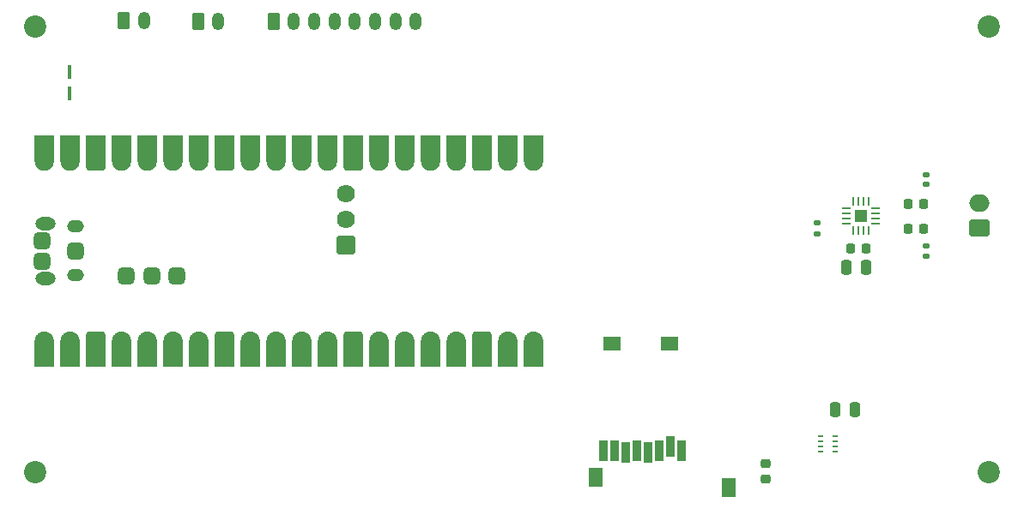
<source format=gbr>
%TF.GenerationSoftware,KiCad,Pcbnew,7.0.11-2.fc38*%
%TF.CreationDate,2024-04-10T19:42:05+01:00*%
%TF.ProjectId,music-box,6d757369-632d-4626-9f78-2e6b69636164,rev?*%
%TF.SameCoordinates,Original*%
%TF.FileFunction,Soldermask,Top*%
%TF.FilePolarity,Negative*%
%FSLAX46Y46*%
G04 Gerber Fmt 4.6, Leading zero omitted, Abs format (unit mm)*
G04 Created by KiCad (PCBNEW 7.0.11-2.fc38) date 2024-04-10 19:42:05*
%MOMM*%
%LPD*%
G01*
G04 APERTURE LIST*
G04 Aperture macros list*
%AMRoundRect*
0 Rectangle with rounded corners*
0 $1 Rounding radius*
0 $2 $3 $4 $5 $6 $7 $8 $9 X,Y pos of 4 corners*
0 Add a 4 corners polygon primitive as box body*
4,1,4,$2,$3,$4,$5,$6,$7,$8,$9,$2,$3,0*
0 Add four circle primitives for the rounded corners*
1,1,$1+$1,$2,$3*
1,1,$1+$1,$4,$5*
1,1,$1+$1,$6,$7*
1,1,$1+$1,$8,$9*
0 Add four rect primitives between the rounded corners*
20,1,$1+$1,$2,$3,$4,$5,0*
20,1,$1+$1,$4,$5,$6,$7,0*
20,1,$1+$1,$6,$7,$8,$9,0*
20,1,$1+$1,$8,$9,$2,$3,0*%
G04 Aperture macros list end*
%ADD10C,0.010000*%
%ADD11O,2.004000X1.304000*%
%ADD12O,1.654000X1.254000*%
%ADD13RoundRect,0.102000X0.787400X-0.787400X0.787400X0.787400X-0.787400X0.787400X-0.787400X-0.787400X0*%
%ADD14C,1.778800*%
%ADD15RoundRect,0.511200X0.340800X-0.340800X0.340800X0.340800X-0.340800X0.340800X-0.340800X-0.340800X0*%
%ADD16C,2.200000*%
%ADD17RoundRect,0.225000X0.250000X-0.225000X0.250000X0.225000X-0.250000X0.225000X-0.250000X-0.225000X0*%
%ADD18RoundRect,0.250000X0.250000X0.475000X-0.250000X0.475000X-0.250000X-0.475000X0.250000X-0.475000X0*%
%ADD19R,0.481000X0.198400*%
%ADD20RoundRect,0.218750X-0.218750X-0.256250X0.218750X-0.256250X0.218750X0.256250X-0.218750X0.256250X0*%
%ADD21RoundRect,0.250000X0.750000X-0.600000X0.750000X0.600000X-0.750000X0.600000X-0.750000X-0.600000X0*%
%ADD22O,2.000000X1.700000*%
%ADD23RoundRect,0.135000X0.185000X-0.135000X0.185000X0.135000X-0.185000X0.135000X-0.185000X-0.135000X0*%
%ADD24R,0.457200X1.358900*%
%ADD25R,0.812800X0.254000*%
%ADD26R,0.254000X0.812800*%
%ADD27R,1.244600X1.244600*%
%ADD28RoundRect,0.225000X0.225000X0.250000X-0.225000X0.250000X-0.225000X-0.250000X0.225000X-0.250000X0*%
%ADD29RoundRect,0.140000X-0.170000X0.140000X-0.170000X-0.140000X0.170000X-0.140000X0.170000X0.140000X0*%
%ADD30RoundRect,0.250000X-0.250000X-0.475000X0.250000X-0.475000X0.250000X0.475000X-0.250000X0.475000X0*%
%ADD31RoundRect,0.250000X-0.350000X-0.625000X0.350000X-0.625000X0.350000X0.625000X-0.350000X0.625000X0*%
%ADD32O,1.200000X1.750000*%
%ADD33R,1.803400X1.397000*%
%ADD34R,1.397000X1.905000*%
%ADD35R,0.812800X2.006600*%
G04 APERTURE END LIST*
%TO.C,U2*%
D10*
X103867000Y-133148500D02*
X103914000Y-133152500D01*
X103961000Y-133158500D01*
X104007000Y-133167500D01*
X104053000Y-133178500D01*
X104098000Y-133191500D01*
X104143000Y-133207500D01*
X104186000Y-133225500D01*
X104229000Y-133245500D01*
X104270000Y-133268500D01*
X104310000Y-133292500D01*
X104349000Y-133319500D01*
X104386000Y-133348500D01*
X104422000Y-133378500D01*
X104456000Y-133411500D01*
X104489000Y-133445500D01*
X104519000Y-133481500D01*
X104548000Y-133518500D01*
X104575000Y-133557500D01*
X104599000Y-133597500D01*
X104622000Y-133638500D01*
X104642000Y-133681500D01*
X104660000Y-133724500D01*
X104676000Y-133769500D01*
X104689000Y-133814500D01*
X104700000Y-133860500D01*
X104709000Y-133906500D01*
X104715000Y-133953500D01*
X104719000Y-134000500D01*
X104720000Y-134047500D01*
X104720000Y-136547500D01*
X102920000Y-136547500D01*
X102920000Y-134047500D01*
X102921000Y-134000500D01*
X102925000Y-133953500D01*
X102931000Y-133906500D01*
X102940000Y-133860500D01*
X102951000Y-133814500D01*
X102964000Y-133769500D01*
X102980000Y-133724500D01*
X102998000Y-133681500D01*
X103018000Y-133638500D01*
X103041000Y-133597500D01*
X103065000Y-133557500D01*
X103092000Y-133518500D01*
X103121000Y-133481500D01*
X103151000Y-133445500D01*
X103184000Y-133411500D01*
X103218000Y-133378500D01*
X103254000Y-133348500D01*
X103291000Y-133319500D01*
X103330000Y-133292500D01*
X103370000Y-133268500D01*
X103411000Y-133245500D01*
X103454000Y-133225500D01*
X103497000Y-133207500D01*
X103542000Y-133191500D01*
X103587000Y-133178500D01*
X103633000Y-133167500D01*
X103679000Y-133158500D01*
X103726000Y-133152500D01*
X103773000Y-133148500D01*
X103820000Y-133147500D01*
X103867000Y-133148500D01*
G36*
X103867000Y-133148500D02*
G01*
X103914000Y-133152500D01*
X103961000Y-133158500D01*
X104007000Y-133167500D01*
X104053000Y-133178500D01*
X104098000Y-133191500D01*
X104143000Y-133207500D01*
X104186000Y-133225500D01*
X104229000Y-133245500D01*
X104270000Y-133268500D01*
X104310000Y-133292500D01*
X104349000Y-133319500D01*
X104386000Y-133348500D01*
X104422000Y-133378500D01*
X104456000Y-133411500D01*
X104489000Y-133445500D01*
X104519000Y-133481500D01*
X104548000Y-133518500D01*
X104575000Y-133557500D01*
X104599000Y-133597500D01*
X104622000Y-133638500D01*
X104642000Y-133681500D01*
X104660000Y-133724500D01*
X104676000Y-133769500D01*
X104689000Y-133814500D01*
X104700000Y-133860500D01*
X104709000Y-133906500D01*
X104715000Y-133953500D01*
X104719000Y-134000500D01*
X104720000Y-134047500D01*
X104720000Y-136547500D01*
X102920000Y-136547500D01*
X102920000Y-134047500D01*
X102921000Y-134000500D01*
X102925000Y-133953500D01*
X102931000Y-133906500D01*
X102940000Y-133860500D01*
X102951000Y-133814500D01*
X102964000Y-133769500D01*
X102980000Y-133724500D01*
X102998000Y-133681500D01*
X103018000Y-133638500D01*
X103041000Y-133597500D01*
X103065000Y-133557500D01*
X103092000Y-133518500D01*
X103121000Y-133481500D01*
X103151000Y-133445500D01*
X103184000Y-133411500D01*
X103218000Y-133378500D01*
X103254000Y-133348500D01*
X103291000Y-133319500D01*
X103330000Y-133292500D01*
X103370000Y-133268500D01*
X103411000Y-133245500D01*
X103454000Y-133225500D01*
X103497000Y-133207500D01*
X103542000Y-133191500D01*
X103587000Y-133178500D01*
X103633000Y-133167500D01*
X103679000Y-133158500D01*
X103726000Y-133152500D01*
X103773000Y-133148500D01*
X103820000Y-133147500D01*
X103867000Y-133148500D01*
G37*
X106407000Y-133148500D02*
X106454000Y-133152500D01*
X106501000Y-133158500D01*
X106547000Y-133167500D01*
X106593000Y-133178500D01*
X106638000Y-133191500D01*
X106683000Y-133207500D01*
X106726000Y-133225500D01*
X106769000Y-133245500D01*
X106810000Y-133268500D01*
X106850000Y-133292500D01*
X106889000Y-133319500D01*
X106926000Y-133348500D01*
X106962000Y-133378500D01*
X106996000Y-133411500D01*
X107029000Y-133445500D01*
X107059000Y-133481500D01*
X107088000Y-133518500D01*
X107115000Y-133557500D01*
X107139000Y-133597500D01*
X107162000Y-133638500D01*
X107182000Y-133681500D01*
X107200000Y-133724500D01*
X107216000Y-133769500D01*
X107229000Y-133814500D01*
X107240000Y-133860500D01*
X107249000Y-133906500D01*
X107255000Y-133953500D01*
X107259000Y-134000500D01*
X107260000Y-134047500D01*
X107260000Y-136547500D01*
X105460000Y-136547500D01*
X105460000Y-134047500D01*
X105461000Y-134000500D01*
X105465000Y-133953500D01*
X105471000Y-133906500D01*
X105480000Y-133860500D01*
X105491000Y-133814500D01*
X105504000Y-133769500D01*
X105520000Y-133724500D01*
X105538000Y-133681500D01*
X105558000Y-133638500D01*
X105581000Y-133597500D01*
X105605000Y-133557500D01*
X105632000Y-133518500D01*
X105661000Y-133481500D01*
X105691000Y-133445500D01*
X105724000Y-133411500D01*
X105758000Y-133378500D01*
X105794000Y-133348500D01*
X105831000Y-133319500D01*
X105870000Y-133292500D01*
X105910000Y-133268500D01*
X105951000Y-133245500D01*
X105994000Y-133225500D01*
X106037000Y-133207500D01*
X106082000Y-133191500D01*
X106127000Y-133178500D01*
X106173000Y-133167500D01*
X106219000Y-133158500D01*
X106266000Y-133152500D01*
X106313000Y-133148500D01*
X106360000Y-133147500D01*
X106407000Y-133148500D01*
G36*
X106407000Y-133148500D02*
G01*
X106454000Y-133152500D01*
X106501000Y-133158500D01*
X106547000Y-133167500D01*
X106593000Y-133178500D01*
X106638000Y-133191500D01*
X106683000Y-133207500D01*
X106726000Y-133225500D01*
X106769000Y-133245500D01*
X106810000Y-133268500D01*
X106850000Y-133292500D01*
X106889000Y-133319500D01*
X106926000Y-133348500D01*
X106962000Y-133378500D01*
X106996000Y-133411500D01*
X107029000Y-133445500D01*
X107059000Y-133481500D01*
X107088000Y-133518500D01*
X107115000Y-133557500D01*
X107139000Y-133597500D01*
X107162000Y-133638500D01*
X107182000Y-133681500D01*
X107200000Y-133724500D01*
X107216000Y-133769500D01*
X107229000Y-133814500D01*
X107240000Y-133860500D01*
X107249000Y-133906500D01*
X107255000Y-133953500D01*
X107259000Y-134000500D01*
X107260000Y-134047500D01*
X107260000Y-136547500D01*
X105460000Y-136547500D01*
X105460000Y-134047500D01*
X105461000Y-134000500D01*
X105465000Y-133953500D01*
X105471000Y-133906500D01*
X105480000Y-133860500D01*
X105491000Y-133814500D01*
X105504000Y-133769500D01*
X105520000Y-133724500D01*
X105538000Y-133681500D01*
X105558000Y-133638500D01*
X105581000Y-133597500D01*
X105605000Y-133557500D01*
X105632000Y-133518500D01*
X105661000Y-133481500D01*
X105691000Y-133445500D01*
X105724000Y-133411500D01*
X105758000Y-133378500D01*
X105794000Y-133348500D01*
X105831000Y-133319500D01*
X105870000Y-133292500D01*
X105910000Y-133268500D01*
X105951000Y-133245500D01*
X105994000Y-133225500D01*
X106037000Y-133207500D01*
X106082000Y-133191500D01*
X106127000Y-133178500D01*
X106173000Y-133167500D01*
X106219000Y-133158500D01*
X106266000Y-133152500D01*
X106313000Y-133148500D01*
X106360000Y-133147500D01*
X106407000Y-133148500D01*
G37*
X111487000Y-133148500D02*
X111534000Y-133152500D01*
X111581000Y-133158500D01*
X111627000Y-133167500D01*
X111673000Y-133178500D01*
X111718000Y-133191500D01*
X111763000Y-133207500D01*
X111806000Y-133225500D01*
X111849000Y-133245500D01*
X111890000Y-133268500D01*
X111930000Y-133292500D01*
X111969000Y-133319500D01*
X112006000Y-133348500D01*
X112042000Y-133378500D01*
X112076000Y-133411500D01*
X112109000Y-133445500D01*
X112139000Y-133481500D01*
X112168000Y-133518500D01*
X112195000Y-133557500D01*
X112219000Y-133597500D01*
X112242000Y-133638500D01*
X112262000Y-133681500D01*
X112280000Y-133724500D01*
X112296000Y-133769500D01*
X112309000Y-133814500D01*
X112320000Y-133860500D01*
X112329000Y-133906500D01*
X112335000Y-133953500D01*
X112339000Y-134000500D01*
X112340000Y-134047500D01*
X112340000Y-136547500D01*
X110540000Y-136547500D01*
X110540000Y-134047500D01*
X110541000Y-134000500D01*
X110545000Y-133953500D01*
X110551000Y-133906500D01*
X110560000Y-133860500D01*
X110571000Y-133814500D01*
X110584000Y-133769500D01*
X110600000Y-133724500D01*
X110618000Y-133681500D01*
X110638000Y-133638500D01*
X110661000Y-133597500D01*
X110685000Y-133557500D01*
X110712000Y-133518500D01*
X110741000Y-133481500D01*
X110771000Y-133445500D01*
X110804000Y-133411500D01*
X110838000Y-133378500D01*
X110874000Y-133348500D01*
X110911000Y-133319500D01*
X110950000Y-133292500D01*
X110990000Y-133268500D01*
X111031000Y-133245500D01*
X111074000Y-133225500D01*
X111117000Y-133207500D01*
X111162000Y-133191500D01*
X111207000Y-133178500D01*
X111253000Y-133167500D01*
X111299000Y-133158500D01*
X111346000Y-133152500D01*
X111393000Y-133148500D01*
X111440000Y-133147500D01*
X111487000Y-133148500D01*
G36*
X111487000Y-133148500D02*
G01*
X111534000Y-133152500D01*
X111581000Y-133158500D01*
X111627000Y-133167500D01*
X111673000Y-133178500D01*
X111718000Y-133191500D01*
X111763000Y-133207500D01*
X111806000Y-133225500D01*
X111849000Y-133245500D01*
X111890000Y-133268500D01*
X111930000Y-133292500D01*
X111969000Y-133319500D01*
X112006000Y-133348500D01*
X112042000Y-133378500D01*
X112076000Y-133411500D01*
X112109000Y-133445500D01*
X112139000Y-133481500D01*
X112168000Y-133518500D01*
X112195000Y-133557500D01*
X112219000Y-133597500D01*
X112242000Y-133638500D01*
X112262000Y-133681500D01*
X112280000Y-133724500D01*
X112296000Y-133769500D01*
X112309000Y-133814500D01*
X112320000Y-133860500D01*
X112329000Y-133906500D01*
X112335000Y-133953500D01*
X112339000Y-134000500D01*
X112340000Y-134047500D01*
X112340000Y-136547500D01*
X110540000Y-136547500D01*
X110540000Y-134047500D01*
X110541000Y-134000500D01*
X110545000Y-133953500D01*
X110551000Y-133906500D01*
X110560000Y-133860500D01*
X110571000Y-133814500D01*
X110584000Y-133769500D01*
X110600000Y-133724500D01*
X110618000Y-133681500D01*
X110638000Y-133638500D01*
X110661000Y-133597500D01*
X110685000Y-133557500D01*
X110712000Y-133518500D01*
X110741000Y-133481500D01*
X110771000Y-133445500D01*
X110804000Y-133411500D01*
X110838000Y-133378500D01*
X110874000Y-133348500D01*
X110911000Y-133319500D01*
X110950000Y-133292500D01*
X110990000Y-133268500D01*
X111031000Y-133245500D01*
X111074000Y-133225500D01*
X111117000Y-133207500D01*
X111162000Y-133191500D01*
X111207000Y-133178500D01*
X111253000Y-133167500D01*
X111299000Y-133158500D01*
X111346000Y-133152500D01*
X111393000Y-133148500D01*
X111440000Y-133147500D01*
X111487000Y-133148500D01*
G37*
X114027000Y-133148500D02*
X114074000Y-133152500D01*
X114121000Y-133158500D01*
X114167000Y-133167500D01*
X114213000Y-133178500D01*
X114258000Y-133191500D01*
X114303000Y-133207500D01*
X114346000Y-133225500D01*
X114389000Y-133245500D01*
X114430000Y-133268500D01*
X114470000Y-133292500D01*
X114509000Y-133319500D01*
X114546000Y-133348500D01*
X114582000Y-133378500D01*
X114616000Y-133411500D01*
X114649000Y-133445500D01*
X114679000Y-133481500D01*
X114708000Y-133518500D01*
X114735000Y-133557500D01*
X114759000Y-133597500D01*
X114782000Y-133638500D01*
X114802000Y-133681500D01*
X114820000Y-133724500D01*
X114836000Y-133769500D01*
X114849000Y-133814500D01*
X114860000Y-133860500D01*
X114869000Y-133906500D01*
X114875000Y-133953500D01*
X114879000Y-134000500D01*
X114880000Y-134047500D01*
X114880000Y-136547500D01*
X113080000Y-136547500D01*
X113080000Y-134047500D01*
X113081000Y-134000500D01*
X113085000Y-133953500D01*
X113091000Y-133906500D01*
X113100000Y-133860500D01*
X113111000Y-133814500D01*
X113124000Y-133769500D01*
X113140000Y-133724500D01*
X113158000Y-133681500D01*
X113178000Y-133638500D01*
X113201000Y-133597500D01*
X113225000Y-133557500D01*
X113252000Y-133518500D01*
X113281000Y-133481500D01*
X113311000Y-133445500D01*
X113344000Y-133411500D01*
X113378000Y-133378500D01*
X113414000Y-133348500D01*
X113451000Y-133319500D01*
X113490000Y-133292500D01*
X113530000Y-133268500D01*
X113571000Y-133245500D01*
X113614000Y-133225500D01*
X113657000Y-133207500D01*
X113702000Y-133191500D01*
X113747000Y-133178500D01*
X113793000Y-133167500D01*
X113839000Y-133158500D01*
X113886000Y-133152500D01*
X113933000Y-133148500D01*
X113980000Y-133147500D01*
X114027000Y-133148500D01*
G36*
X114027000Y-133148500D02*
G01*
X114074000Y-133152500D01*
X114121000Y-133158500D01*
X114167000Y-133167500D01*
X114213000Y-133178500D01*
X114258000Y-133191500D01*
X114303000Y-133207500D01*
X114346000Y-133225500D01*
X114389000Y-133245500D01*
X114430000Y-133268500D01*
X114470000Y-133292500D01*
X114509000Y-133319500D01*
X114546000Y-133348500D01*
X114582000Y-133378500D01*
X114616000Y-133411500D01*
X114649000Y-133445500D01*
X114679000Y-133481500D01*
X114708000Y-133518500D01*
X114735000Y-133557500D01*
X114759000Y-133597500D01*
X114782000Y-133638500D01*
X114802000Y-133681500D01*
X114820000Y-133724500D01*
X114836000Y-133769500D01*
X114849000Y-133814500D01*
X114860000Y-133860500D01*
X114869000Y-133906500D01*
X114875000Y-133953500D01*
X114879000Y-134000500D01*
X114880000Y-134047500D01*
X114880000Y-136547500D01*
X113080000Y-136547500D01*
X113080000Y-134047500D01*
X113081000Y-134000500D01*
X113085000Y-133953500D01*
X113091000Y-133906500D01*
X113100000Y-133860500D01*
X113111000Y-133814500D01*
X113124000Y-133769500D01*
X113140000Y-133724500D01*
X113158000Y-133681500D01*
X113178000Y-133638500D01*
X113201000Y-133597500D01*
X113225000Y-133557500D01*
X113252000Y-133518500D01*
X113281000Y-133481500D01*
X113311000Y-133445500D01*
X113344000Y-133411500D01*
X113378000Y-133378500D01*
X113414000Y-133348500D01*
X113451000Y-133319500D01*
X113490000Y-133292500D01*
X113530000Y-133268500D01*
X113571000Y-133245500D01*
X113614000Y-133225500D01*
X113657000Y-133207500D01*
X113702000Y-133191500D01*
X113747000Y-133178500D01*
X113793000Y-133167500D01*
X113839000Y-133158500D01*
X113886000Y-133152500D01*
X113933000Y-133148500D01*
X113980000Y-133147500D01*
X114027000Y-133148500D01*
G37*
X116567000Y-133148500D02*
X116614000Y-133152500D01*
X116661000Y-133158500D01*
X116707000Y-133167500D01*
X116753000Y-133178500D01*
X116798000Y-133191500D01*
X116843000Y-133207500D01*
X116886000Y-133225500D01*
X116929000Y-133245500D01*
X116970000Y-133268500D01*
X117010000Y-133292500D01*
X117049000Y-133319500D01*
X117086000Y-133348500D01*
X117122000Y-133378500D01*
X117156000Y-133411500D01*
X117189000Y-133445500D01*
X117219000Y-133481500D01*
X117248000Y-133518500D01*
X117275000Y-133557500D01*
X117299000Y-133597500D01*
X117322000Y-133638500D01*
X117342000Y-133681500D01*
X117360000Y-133724500D01*
X117376000Y-133769500D01*
X117389000Y-133814500D01*
X117400000Y-133860500D01*
X117409000Y-133906500D01*
X117415000Y-133953500D01*
X117419000Y-134000500D01*
X117420000Y-134047500D01*
X117420000Y-136547500D01*
X115620000Y-136547500D01*
X115620000Y-134047500D01*
X115621000Y-134000500D01*
X115625000Y-133953500D01*
X115631000Y-133906500D01*
X115640000Y-133860500D01*
X115651000Y-133814500D01*
X115664000Y-133769500D01*
X115680000Y-133724500D01*
X115698000Y-133681500D01*
X115718000Y-133638500D01*
X115741000Y-133597500D01*
X115765000Y-133557500D01*
X115792000Y-133518500D01*
X115821000Y-133481500D01*
X115851000Y-133445500D01*
X115884000Y-133411500D01*
X115918000Y-133378500D01*
X115954000Y-133348500D01*
X115991000Y-133319500D01*
X116030000Y-133292500D01*
X116070000Y-133268500D01*
X116111000Y-133245500D01*
X116154000Y-133225500D01*
X116197000Y-133207500D01*
X116242000Y-133191500D01*
X116287000Y-133178500D01*
X116333000Y-133167500D01*
X116379000Y-133158500D01*
X116426000Y-133152500D01*
X116473000Y-133148500D01*
X116520000Y-133147500D01*
X116567000Y-133148500D01*
G36*
X116567000Y-133148500D02*
G01*
X116614000Y-133152500D01*
X116661000Y-133158500D01*
X116707000Y-133167500D01*
X116753000Y-133178500D01*
X116798000Y-133191500D01*
X116843000Y-133207500D01*
X116886000Y-133225500D01*
X116929000Y-133245500D01*
X116970000Y-133268500D01*
X117010000Y-133292500D01*
X117049000Y-133319500D01*
X117086000Y-133348500D01*
X117122000Y-133378500D01*
X117156000Y-133411500D01*
X117189000Y-133445500D01*
X117219000Y-133481500D01*
X117248000Y-133518500D01*
X117275000Y-133557500D01*
X117299000Y-133597500D01*
X117322000Y-133638500D01*
X117342000Y-133681500D01*
X117360000Y-133724500D01*
X117376000Y-133769500D01*
X117389000Y-133814500D01*
X117400000Y-133860500D01*
X117409000Y-133906500D01*
X117415000Y-133953500D01*
X117419000Y-134000500D01*
X117420000Y-134047500D01*
X117420000Y-136547500D01*
X115620000Y-136547500D01*
X115620000Y-134047500D01*
X115621000Y-134000500D01*
X115625000Y-133953500D01*
X115631000Y-133906500D01*
X115640000Y-133860500D01*
X115651000Y-133814500D01*
X115664000Y-133769500D01*
X115680000Y-133724500D01*
X115698000Y-133681500D01*
X115718000Y-133638500D01*
X115741000Y-133597500D01*
X115765000Y-133557500D01*
X115792000Y-133518500D01*
X115821000Y-133481500D01*
X115851000Y-133445500D01*
X115884000Y-133411500D01*
X115918000Y-133378500D01*
X115954000Y-133348500D01*
X115991000Y-133319500D01*
X116030000Y-133292500D01*
X116070000Y-133268500D01*
X116111000Y-133245500D01*
X116154000Y-133225500D01*
X116197000Y-133207500D01*
X116242000Y-133191500D01*
X116287000Y-133178500D01*
X116333000Y-133167500D01*
X116379000Y-133158500D01*
X116426000Y-133152500D01*
X116473000Y-133148500D01*
X116520000Y-133147500D01*
X116567000Y-133148500D01*
G37*
X119107000Y-133148500D02*
X119154000Y-133152500D01*
X119201000Y-133158500D01*
X119247000Y-133167500D01*
X119293000Y-133178500D01*
X119338000Y-133191500D01*
X119383000Y-133207500D01*
X119426000Y-133225500D01*
X119469000Y-133245500D01*
X119510000Y-133268500D01*
X119550000Y-133292500D01*
X119589000Y-133319500D01*
X119626000Y-133348500D01*
X119662000Y-133378500D01*
X119696000Y-133411500D01*
X119729000Y-133445500D01*
X119759000Y-133481500D01*
X119788000Y-133518500D01*
X119815000Y-133557500D01*
X119839000Y-133597500D01*
X119862000Y-133638500D01*
X119882000Y-133681500D01*
X119900000Y-133724500D01*
X119916000Y-133769500D01*
X119929000Y-133814500D01*
X119940000Y-133860500D01*
X119949000Y-133906500D01*
X119955000Y-133953500D01*
X119959000Y-134000500D01*
X119960000Y-134047500D01*
X119960000Y-136547500D01*
X118160000Y-136547500D01*
X118160000Y-134047500D01*
X118161000Y-134000500D01*
X118165000Y-133953500D01*
X118171000Y-133906500D01*
X118180000Y-133860500D01*
X118191000Y-133814500D01*
X118204000Y-133769500D01*
X118220000Y-133724500D01*
X118238000Y-133681500D01*
X118258000Y-133638500D01*
X118281000Y-133597500D01*
X118305000Y-133557500D01*
X118332000Y-133518500D01*
X118361000Y-133481500D01*
X118391000Y-133445500D01*
X118424000Y-133411500D01*
X118458000Y-133378500D01*
X118494000Y-133348500D01*
X118531000Y-133319500D01*
X118570000Y-133292500D01*
X118610000Y-133268500D01*
X118651000Y-133245500D01*
X118694000Y-133225500D01*
X118737000Y-133207500D01*
X118782000Y-133191500D01*
X118827000Y-133178500D01*
X118873000Y-133167500D01*
X118919000Y-133158500D01*
X118966000Y-133152500D01*
X119013000Y-133148500D01*
X119060000Y-133147500D01*
X119107000Y-133148500D01*
G36*
X119107000Y-133148500D02*
G01*
X119154000Y-133152500D01*
X119201000Y-133158500D01*
X119247000Y-133167500D01*
X119293000Y-133178500D01*
X119338000Y-133191500D01*
X119383000Y-133207500D01*
X119426000Y-133225500D01*
X119469000Y-133245500D01*
X119510000Y-133268500D01*
X119550000Y-133292500D01*
X119589000Y-133319500D01*
X119626000Y-133348500D01*
X119662000Y-133378500D01*
X119696000Y-133411500D01*
X119729000Y-133445500D01*
X119759000Y-133481500D01*
X119788000Y-133518500D01*
X119815000Y-133557500D01*
X119839000Y-133597500D01*
X119862000Y-133638500D01*
X119882000Y-133681500D01*
X119900000Y-133724500D01*
X119916000Y-133769500D01*
X119929000Y-133814500D01*
X119940000Y-133860500D01*
X119949000Y-133906500D01*
X119955000Y-133953500D01*
X119959000Y-134000500D01*
X119960000Y-134047500D01*
X119960000Y-136547500D01*
X118160000Y-136547500D01*
X118160000Y-134047500D01*
X118161000Y-134000500D01*
X118165000Y-133953500D01*
X118171000Y-133906500D01*
X118180000Y-133860500D01*
X118191000Y-133814500D01*
X118204000Y-133769500D01*
X118220000Y-133724500D01*
X118238000Y-133681500D01*
X118258000Y-133638500D01*
X118281000Y-133597500D01*
X118305000Y-133557500D01*
X118332000Y-133518500D01*
X118361000Y-133481500D01*
X118391000Y-133445500D01*
X118424000Y-133411500D01*
X118458000Y-133378500D01*
X118494000Y-133348500D01*
X118531000Y-133319500D01*
X118570000Y-133292500D01*
X118610000Y-133268500D01*
X118651000Y-133245500D01*
X118694000Y-133225500D01*
X118737000Y-133207500D01*
X118782000Y-133191500D01*
X118827000Y-133178500D01*
X118873000Y-133167500D01*
X118919000Y-133158500D01*
X118966000Y-133152500D01*
X119013000Y-133148500D01*
X119060000Y-133147500D01*
X119107000Y-133148500D01*
G37*
X124187000Y-133148500D02*
X124234000Y-133152500D01*
X124281000Y-133158500D01*
X124327000Y-133167500D01*
X124373000Y-133178500D01*
X124418000Y-133191500D01*
X124463000Y-133207500D01*
X124506000Y-133225500D01*
X124549000Y-133245500D01*
X124590000Y-133268500D01*
X124630000Y-133292500D01*
X124669000Y-133319500D01*
X124706000Y-133348500D01*
X124742000Y-133378500D01*
X124776000Y-133411500D01*
X124809000Y-133445500D01*
X124839000Y-133481500D01*
X124868000Y-133518500D01*
X124895000Y-133557500D01*
X124919000Y-133597500D01*
X124942000Y-133638500D01*
X124962000Y-133681500D01*
X124980000Y-133724500D01*
X124996000Y-133769500D01*
X125009000Y-133814500D01*
X125020000Y-133860500D01*
X125029000Y-133906500D01*
X125035000Y-133953500D01*
X125039000Y-134000500D01*
X125040000Y-134047500D01*
X125040000Y-136547500D01*
X123240000Y-136547500D01*
X123240000Y-134047500D01*
X123241000Y-134000500D01*
X123245000Y-133953500D01*
X123251000Y-133906500D01*
X123260000Y-133860500D01*
X123271000Y-133814500D01*
X123284000Y-133769500D01*
X123300000Y-133724500D01*
X123318000Y-133681500D01*
X123338000Y-133638500D01*
X123361000Y-133597500D01*
X123385000Y-133557500D01*
X123412000Y-133518500D01*
X123441000Y-133481500D01*
X123471000Y-133445500D01*
X123504000Y-133411500D01*
X123538000Y-133378500D01*
X123574000Y-133348500D01*
X123611000Y-133319500D01*
X123650000Y-133292500D01*
X123690000Y-133268500D01*
X123731000Y-133245500D01*
X123774000Y-133225500D01*
X123817000Y-133207500D01*
X123862000Y-133191500D01*
X123907000Y-133178500D01*
X123953000Y-133167500D01*
X123999000Y-133158500D01*
X124046000Y-133152500D01*
X124093000Y-133148500D01*
X124140000Y-133147500D01*
X124187000Y-133148500D01*
G36*
X124187000Y-133148500D02*
G01*
X124234000Y-133152500D01*
X124281000Y-133158500D01*
X124327000Y-133167500D01*
X124373000Y-133178500D01*
X124418000Y-133191500D01*
X124463000Y-133207500D01*
X124506000Y-133225500D01*
X124549000Y-133245500D01*
X124590000Y-133268500D01*
X124630000Y-133292500D01*
X124669000Y-133319500D01*
X124706000Y-133348500D01*
X124742000Y-133378500D01*
X124776000Y-133411500D01*
X124809000Y-133445500D01*
X124839000Y-133481500D01*
X124868000Y-133518500D01*
X124895000Y-133557500D01*
X124919000Y-133597500D01*
X124942000Y-133638500D01*
X124962000Y-133681500D01*
X124980000Y-133724500D01*
X124996000Y-133769500D01*
X125009000Y-133814500D01*
X125020000Y-133860500D01*
X125029000Y-133906500D01*
X125035000Y-133953500D01*
X125039000Y-134000500D01*
X125040000Y-134047500D01*
X125040000Y-136547500D01*
X123240000Y-136547500D01*
X123240000Y-134047500D01*
X123241000Y-134000500D01*
X123245000Y-133953500D01*
X123251000Y-133906500D01*
X123260000Y-133860500D01*
X123271000Y-133814500D01*
X123284000Y-133769500D01*
X123300000Y-133724500D01*
X123318000Y-133681500D01*
X123338000Y-133638500D01*
X123361000Y-133597500D01*
X123385000Y-133557500D01*
X123412000Y-133518500D01*
X123441000Y-133481500D01*
X123471000Y-133445500D01*
X123504000Y-133411500D01*
X123538000Y-133378500D01*
X123574000Y-133348500D01*
X123611000Y-133319500D01*
X123650000Y-133292500D01*
X123690000Y-133268500D01*
X123731000Y-133245500D01*
X123774000Y-133225500D01*
X123817000Y-133207500D01*
X123862000Y-133191500D01*
X123907000Y-133178500D01*
X123953000Y-133167500D01*
X123999000Y-133158500D01*
X124046000Y-133152500D01*
X124093000Y-133148500D01*
X124140000Y-133147500D01*
X124187000Y-133148500D01*
G37*
X126727000Y-133148500D02*
X126774000Y-133152500D01*
X126821000Y-133158500D01*
X126867000Y-133167500D01*
X126913000Y-133178500D01*
X126958000Y-133191500D01*
X127003000Y-133207500D01*
X127046000Y-133225500D01*
X127089000Y-133245500D01*
X127130000Y-133268500D01*
X127170000Y-133292500D01*
X127209000Y-133319500D01*
X127246000Y-133348500D01*
X127282000Y-133378500D01*
X127316000Y-133411500D01*
X127349000Y-133445500D01*
X127379000Y-133481500D01*
X127408000Y-133518500D01*
X127435000Y-133557500D01*
X127459000Y-133597500D01*
X127482000Y-133638500D01*
X127502000Y-133681500D01*
X127520000Y-133724500D01*
X127536000Y-133769500D01*
X127549000Y-133814500D01*
X127560000Y-133860500D01*
X127569000Y-133906500D01*
X127575000Y-133953500D01*
X127579000Y-134000500D01*
X127580000Y-134047500D01*
X127580000Y-136547500D01*
X125780000Y-136547500D01*
X125780000Y-134047500D01*
X125781000Y-134000500D01*
X125785000Y-133953500D01*
X125791000Y-133906500D01*
X125800000Y-133860500D01*
X125811000Y-133814500D01*
X125824000Y-133769500D01*
X125840000Y-133724500D01*
X125858000Y-133681500D01*
X125878000Y-133638500D01*
X125901000Y-133597500D01*
X125925000Y-133557500D01*
X125952000Y-133518500D01*
X125981000Y-133481500D01*
X126011000Y-133445500D01*
X126044000Y-133411500D01*
X126078000Y-133378500D01*
X126114000Y-133348500D01*
X126151000Y-133319500D01*
X126190000Y-133292500D01*
X126230000Y-133268500D01*
X126271000Y-133245500D01*
X126314000Y-133225500D01*
X126357000Y-133207500D01*
X126402000Y-133191500D01*
X126447000Y-133178500D01*
X126493000Y-133167500D01*
X126539000Y-133158500D01*
X126586000Y-133152500D01*
X126633000Y-133148500D01*
X126680000Y-133147500D01*
X126727000Y-133148500D01*
G36*
X126727000Y-133148500D02*
G01*
X126774000Y-133152500D01*
X126821000Y-133158500D01*
X126867000Y-133167500D01*
X126913000Y-133178500D01*
X126958000Y-133191500D01*
X127003000Y-133207500D01*
X127046000Y-133225500D01*
X127089000Y-133245500D01*
X127130000Y-133268500D01*
X127170000Y-133292500D01*
X127209000Y-133319500D01*
X127246000Y-133348500D01*
X127282000Y-133378500D01*
X127316000Y-133411500D01*
X127349000Y-133445500D01*
X127379000Y-133481500D01*
X127408000Y-133518500D01*
X127435000Y-133557500D01*
X127459000Y-133597500D01*
X127482000Y-133638500D01*
X127502000Y-133681500D01*
X127520000Y-133724500D01*
X127536000Y-133769500D01*
X127549000Y-133814500D01*
X127560000Y-133860500D01*
X127569000Y-133906500D01*
X127575000Y-133953500D01*
X127579000Y-134000500D01*
X127580000Y-134047500D01*
X127580000Y-136547500D01*
X125780000Y-136547500D01*
X125780000Y-134047500D01*
X125781000Y-134000500D01*
X125785000Y-133953500D01*
X125791000Y-133906500D01*
X125800000Y-133860500D01*
X125811000Y-133814500D01*
X125824000Y-133769500D01*
X125840000Y-133724500D01*
X125858000Y-133681500D01*
X125878000Y-133638500D01*
X125901000Y-133597500D01*
X125925000Y-133557500D01*
X125952000Y-133518500D01*
X125981000Y-133481500D01*
X126011000Y-133445500D01*
X126044000Y-133411500D01*
X126078000Y-133378500D01*
X126114000Y-133348500D01*
X126151000Y-133319500D01*
X126190000Y-133292500D01*
X126230000Y-133268500D01*
X126271000Y-133245500D01*
X126314000Y-133225500D01*
X126357000Y-133207500D01*
X126402000Y-133191500D01*
X126447000Y-133178500D01*
X126493000Y-133167500D01*
X126539000Y-133158500D01*
X126586000Y-133152500D01*
X126633000Y-133148500D01*
X126680000Y-133147500D01*
X126727000Y-133148500D01*
G37*
X129267000Y-133148500D02*
X129314000Y-133152500D01*
X129361000Y-133158500D01*
X129407000Y-133167500D01*
X129453000Y-133178500D01*
X129498000Y-133191500D01*
X129543000Y-133207500D01*
X129586000Y-133225500D01*
X129629000Y-133245500D01*
X129670000Y-133268500D01*
X129710000Y-133292500D01*
X129749000Y-133319500D01*
X129786000Y-133348500D01*
X129822000Y-133378500D01*
X129856000Y-133411500D01*
X129889000Y-133445500D01*
X129919000Y-133481500D01*
X129948000Y-133518500D01*
X129975000Y-133557500D01*
X129999000Y-133597500D01*
X130022000Y-133638500D01*
X130042000Y-133681500D01*
X130060000Y-133724500D01*
X130076000Y-133769500D01*
X130089000Y-133814500D01*
X130100000Y-133860500D01*
X130109000Y-133906500D01*
X130115000Y-133953500D01*
X130119000Y-134000500D01*
X130120000Y-134047500D01*
X130120000Y-136547500D01*
X128320000Y-136547500D01*
X128320000Y-134047500D01*
X128321000Y-134000500D01*
X128325000Y-133953500D01*
X128331000Y-133906500D01*
X128340000Y-133860500D01*
X128351000Y-133814500D01*
X128364000Y-133769500D01*
X128380000Y-133724500D01*
X128398000Y-133681500D01*
X128418000Y-133638500D01*
X128441000Y-133597500D01*
X128465000Y-133557500D01*
X128492000Y-133518500D01*
X128521000Y-133481500D01*
X128551000Y-133445500D01*
X128584000Y-133411500D01*
X128618000Y-133378500D01*
X128654000Y-133348500D01*
X128691000Y-133319500D01*
X128730000Y-133292500D01*
X128770000Y-133268500D01*
X128811000Y-133245500D01*
X128854000Y-133225500D01*
X128897000Y-133207500D01*
X128942000Y-133191500D01*
X128987000Y-133178500D01*
X129033000Y-133167500D01*
X129079000Y-133158500D01*
X129126000Y-133152500D01*
X129173000Y-133148500D01*
X129220000Y-133147500D01*
X129267000Y-133148500D01*
G36*
X129267000Y-133148500D02*
G01*
X129314000Y-133152500D01*
X129361000Y-133158500D01*
X129407000Y-133167500D01*
X129453000Y-133178500D01*
X129498000Y-133191500D01*
X129543000Y-133207500D01*
X129586000Y-133225500D01*
X129629000Y-133245500D01*
X129670000Y-133268500D01*
X129710000Y-133292500D01*
X129749000Y-133319500D01*
X129786000Y-133348500D01*
X129822000Y-133378500D01*
X129856000Y-133411500D01*
X129889000Y-133445500D01*
X129919000Y-133481500D01*
X129948000Y-133518500D01*
X129975000Y-133557500D01*
X129999000Y-133597500D01*
X130022000Y-133638500D01*
X130042000Y-133681500D01*
X130060000Y-133724500D01*
X130076000Y-133769500D01*
X130089000Y-133814500D01*
X130100000Y-133860500D01*
X130109000Y-133906500D01*
X130115000Y-133953500D01*
X130119000Y-134000500D01*
X130120000Y-134047500D01*
X130120000Y-136547500D01*
X128320000Y-136547500D01*
X128320000Y-134047500D01*
X128321000Y-134000500D01*
X128325000Y-133953500D01*
X128331000Y-133906500D01*
X128340000Y-133860500D01*
X128351000Y-133814500D01*
X128364000Y-133769500D01*
X128380000Y-133724500D01*
X128398000Y-133681500D01*
X128418000Y-133638500D01*
X128441000Y-133597500D01*
X128465000Y-133557500D01*
X128492000Y-133518500D01*
X128521000Y-133481500D01*
X128551000Y-133445500D01*
X128584000Y-133411500D01*
X128618000Y-133378500D01*
X128654000Y-133348500D01*
X128691000Y-133319500D01*
X128730000Y-133292500D01*
X128770000Y-133268500D01*
X128811000Y-133245500D01*
X128854000Y-133225500D01*
X128897000Y-133207500D01*
X128942000Y-133191500D01*
X128987000Y-133178500D01*
X129033000Y-133167500D01*
X129079000Y-133158500D01*
X129126000Y-133152500D01*
X129173000Y-133148500D01*
X129220000Y-133147500D01*
X129267000Y-133148500D01*
G37*
X131807000Y-133148500D02*
X131854000Y-133152500D01*
X131901000Y-133158500D01*
X131947000Y-133167500D01*
X131993000Y-133178500D01*
X132038000Y-133191500D01*
X132083000Y-133207500D01*
X132126000Y-133225500D01*
X132169000Y-133245500D01*
X132210000Y-133268500D01*
X132250000Y-133292500D01*
X132289000Y-133319500D01*
X132326000Y-133348500D01*
X132362000Y-133378500D01*
X132396000Y-133411500D01*
X132429000Y-133445500D01*
X132459000Y-133481500D01*
X132488000Y-133518500D01*
X132515000Y-133557500D01*
X132539000Y-133597500D01*
X132562000Y-133638500D01*
X132582000Y-133681500D01*
X132600000Y-133724500D01*
X132616000Y-133769500D01*
X132629000Y-133814500D01*
X132640000Y-133860500D01*
X132649000Y-133906500D01*
X132655000Y-133953500D01*
X132659000Y-134000500D01*
X132660000Y-134047500D01*
X132660000Y-136547500D01*
X130860000Y-136547500D01*
X130860000Y-134047500D01*
X130861000Y-134000500D01*
X130865000Y-133953500D01*
X130871000Y-133906500D01*
X130880000Y-133860500D01*
X130891000Y-133814500D01*
X130904000Y-133769500D01*
X130920000Y-133724500D01*
X130938000Y-133681500D01*
X130958000Y-133638500D01*
X130981000Y-133597500D01*
X131005000Y-133557500D01*
X131032000Y-133518500D01*
X131061000Y-133481500D01*
X131091000Y-133445500D01*
X131124000Y-133411500D01*
X131158000Y-133378500D01*
X131194000Y-133348500D01*
X131231000Y-133319500D01*
X131270000Y-133292500D01*
X131310000Y-133268500D01*
X131351000Y-133245500D01*
X131394000Y-133225500D01*
X131437000Y-133207500D01*
X131482000Y-133191500D01*
X131527000Y-133178500D01*
X131573000Y-133167500D01*
X131619000Y-133158500D01*
X131666000Y-133152500D01*
X131713000Y-133148500D01*
X131760000Y-133147500D01*
X131807000Y-133148500D01*
G36*
X131807000Y-133148500D02*
G01*
X131854000Y-133152500D01*
X131901000Y-133158500D01*
X131947000Y-133167500D01*
X131993000Y-133178500D01*
X132038000Y-133191500D01*
X132083000Y-133207500D01*
X132126000Y-133225500D01*
X132169000Y-133245500D01*
X132210000Y-133268500D01*
X132250000Y-133292500D01*
X132289000Y-133319500D01*
X132326000Y-133348500D01*
X132362000Y-133378500D01*
X132396000Y-133411500D01*
X132429000Y-133445500D01*
X132459000Y-133481500D01*
X132488000Y-133518500D01*
X132515000Y-133557500D01*
X132539000Y-133597500D01*
X132562000Y-133638500D01*
X132582000Y-133681500D01*
X132600000Y-133724500D01*
X132616000Y-133769500D01*
X132629000Y-133814500D01*
X132640000Y-133860500D01*
X132649000Y-133906500D01*
X132655000Y-133953500D01*
X132659000Y-134000500D01*
X132660000Y-134047500D01*
X132660000Y-136547500D01*
X130860000Y-136547500D01*
X130860000Y-134047500D01*
X130861000Y-134000500D01*
X130865000Y-133953500D01*
X130871000Y-133906500D01*
X130880000Y-133860500D01*
X130891000Y-133814500D01*
X130904000Y-133769500D01*
X130920000Y-133724500D01*
X130938000Y-133681500D01*
X130958000Y-133638500D01*
X130981000Y-133597500D01*
X131005000Y-133557500D01*
X131032000Y-133518500D01*
X131061000Y-133481500D01*
X131091000Y-133445500D01*
X131124000Y-133411500D01*
X131158000Y-133378500D01*
X131194000Y-133348500D01*
X131231000Y-133319500D01*
X131270000Y-133292500D01*
X131310000Y-133268500D01*
X131351000Y-133245500D01*
X131394000Y-133225500D01*
X131437000Y-133207500D01*
X131482000Y-133191500D01*
X131527000Y-133178500D01*
X131573000Y-133167500D01*
X131619000Y-133158500D01*
X131666000Y-133152500D01*
X131713000Y-133148500D01*
X131760000Y-133147500D01*
X131807000Y-133148500D01*
G37*
X136887000Y-133148500D02*
X136934000Y-133152500D01*
X136981000Y-133158500D01*
X137027000Y-133167500D01*
X137073000Y-133178500D01*
X137118000Y-133191500D01*
X137163000Y-133207500D01*
X137206000Y-133225500D01*
X137249000Y-133245500D01*
X137290000Y-133268500D01*
X137330000Y-133292500D01*
X137369000Y-133319500D01*
X137406000Y-133348500D01*
X137442000Y-133378500D01*
X137476000Y-133411500D01*
X137509000Y-133445500D01*
X137539000Y-133481500D01*
X137568000Y-133518500D01*
X137595000Y-133557500D01*
X137619000Y-133597500D01*
X137642000Y-133638500D01*
X137662000Y-133681500D01*
X137680000Y-133724500D01*
X137696000Y-133769500D01*
X137709000Y-133814500D01*
X137720000Y-133860500D01*
X137729000Y-133906500D01*
X137735000Y-133953500D01*
X137739000Y-134000500D01*
X137740000Y-134047500D01*
X137740000Y-136547500D01*
X135940000Y-136547500D01*
X135940000Y-134047500D01*
X135941000Y-134000500D01*
X135945000Y-133953500D01*
X135951000Y-133906500D01*
X135960000Y-133860500D01*
X135971000Y-133814500D01*
X135984000Y-133769500D01*
X136000000Y-133724500D01*
X136018000Y-133681500D01*
X136038000Y-133638500D01*
X136061000Y-133597500D01*
X136085000Y-133557500D01*
X136112000Y-133518500D01*
X136141000Y-133481500D01*
X136171000Y-133445500D01*
X136204000Y-133411500D01*
X136238000Y-133378500D01*
X136274000Y-133348500D01*
X136311000Y-133319500D01*
X136350000Y-133292500D01*
X136390000Y-133268500D01*
X136431000Y-133245500D01*
X136474000Y-133225500D01*
X136517000Y-133207500D01*
X136562000Y-133191500D01*
X136607000Y-133178500D01*
X136653000Y-133167500D01*
X136699000Y-133158500D01*
X136746000Y-133152500D01*
X136793000Y-133148500D01*
X136840000Y-133147500D01*
X136887000Y-133148500D01*
G36*
X136887000Y-133148500D02*
G01*
X136934000Y-133152500D01*
X136981000Y-133158500D01*
X137027000Y-133167500D01*
X137073000Y-133178500D01*
X137118000Y-133191500D01*
X137163000Y-133207500D01*
X137206000Y-133225500D01*
X137249000Y-133245500D01*
X137290000Y-133268500D01*
X137330000Y-133292500D01*
X137369000Y-133319500D01*
X137406000Y-133348500D01*
X137442000Y-133378500D01*
X137476000Y-133411500D01*
X137509000Y-133445500D01*
X137539000Y-133481500D01*
X137568000Y-133518500D01*
X137595000Y-133557500D01*
X137619000Y-133597500D01*
X137642000Y-133638500D01*
X137662000Y-133681500D01*
X137680000Y-133724500D01*
X137696000Y-133769500D01*
X137709000Y-133814500D01*
X137720000Y-133860500D01*
X137729000Y-133906500D01*
X137735000Y-133953500D01*
X137739000Y-134000500D01*
X137740000Y-134047500D01*
X137740000Y-136547500D01*
X135940000Y-136547500D01*
X135940000Y-134047500D01*
X135941000Y-134000500D01*
X135945000Y-133953500D01*
X135951000Y-133906500D01*
X135960000Y-133860500D01*
X135971000Y-133814500D01*
X135984000Y-133769500D01*
X136000000Y-133724500D01*
X136018000Y-133681500D01*
X136038000Y-133638500D01*
X136061000Y-133597500D01*
X136085000Y-133557500D01*
X136112000Y-133518500D01*
X136141000Y-133481500D01*
X136171000Y-133445500D01*
X136204000Y-133411500D01*
X136238000Y-133378500D01*
X136274000Y-133348500D01*
X136311000Y-133319500D01*
X136350000Y-133292500D01*
X136390000Y-133268500D01*
X136431000Y-133245500D01*
X136474000Y-133225500D01*
X136517000Y-133207500D01*
X136562000Y-133191500D01*
X136607000Y-133178500D01*
X136653000Y-133167500D01*
X136699000Y-133158500D01*
X136746000Y-133152500D01*
X136793000Y-133148500D01*
X136840000Y-133147500D01*
X136887000Y-133148500D01*
G37*
X139427000Y-133148500D02*
X139474000Y-133152500D01*
X139521000Y-133158500D01*
X139567000Y-133167500D01*
X139613000Y-133178500D01*
X139658000Y-133191500D01*
X139703000Y-133207500D01*
X139746000Y-133225500D01*
X139789000Y-133245500D01*
X139830000Y-133268500D01*
X139870000Y-133292500D01*
X139909000Y-133319500D01*
X139946000Y-133348500D01*
X139982000Y-133378500D01*
X140016000Y-133411500D01*
X140049000Y-133445500D01*
X140079000Y-133481500D01*
X140108000Y-133518500D01*
X140135000Y-133557500D01*
X140159000Y-133597500D01*
X140182000Y-133638500D01*
X140202000Y-133681500D01*
X140220000Y-133724500D01*
X140236000Y-133769500D01*
X140249000Y-133814500D01*
X140260000Y-133860500D01*
X140269000Y-133906500D01*
X140275000Y-133953500D01*
X140279000Y-134000500D01*
X140280000Y-134047500D01*
X140280000Y-136547500D01*
X138480000Y-136547500D01*
X138480000Y-134047500D01*
X138481000Y-134000500D01*
X138485000Y-133953500D01*
X138491000Y-133906500D01*
X138500000Y-133860500D01*
X138511000Y-133814500D01*
X138524000Y-133769500D01*
X138540000Y-133724500D01*
X138558000Y-133681500D01*
X138578000Y-133638500D01*
X138601000Y-133597500D01*
X138625000Y-133557500D01*
X138652000Y-133518500D01*
X138681000Y-133481500D01*
X138711000Y-133445500D01*
X138744000Y-133411500D01*
X138778000Y-133378500D01*
X138814000Y-133348500D01*
X138851000Y-133319500D01*
X138890000Y-133292500D01*
X138930000Y-133268500D01*
X138971000Y-133245500D01*
X139014000Y-133225500D01*
X139057000Y-133207500D01*
X139102000Y-133191500D01*
X139147000Y-133178500D01*
X139193000Y-133167500D01*
X139239000Y-133158500D01*
X139286000Y-133152500D01*
X139333000Y-133148500D01*
X139380000Y-133147500D01*
X139427000Y-133148500D01*
G36*
X139427000Y-133148500D02*
G01*
X139474000Y-133152500D01*
X139521000Y-133158500D01*
X139567000Y-133167500D01*
X139613000Y-133178500D01*
X139658000Y-133191500D01*
X139703000Y-133207500D01*
X139746000Y-133225500D01*
X139789000Y-133245500D01*
X139830000Y-133268500D01*
X139870000Y-133292500D01*
X139909000Y-133319500D01*
X139946000Y-133348500D01*
X139982000Y-133378500D01*
X140016000Y-133411500D01*
X140049000Y-133445500D01*
X140079000Y-133481500D01*
X140108000Y-133518500D01*
X140135000Y-133557500D01*
X140159000Y-133597500D01*
X140182000Y-133638500D01*
X140202000Y-133681500D01*
X140220000Y-133724500D01*
X140236000Y-133769500D01*
X140249000Y-133814500D01*
X140260000Y-133860500D01*
X140269000Y-133906500D01*
X140275000Y-133953500D01*
X140279000Y-134000500D01*
X140280000Y-134047500D01*
X140280000Y-136547500D01*
X138480000Y-136547500D01*
X138480000Y-134047500D01*
X138481000Y-134000500D01*
X138485000Y-133953500D01*
X138491000Y-133906500D01*
X138500000Y-133860500D01*
X138511000Y-133814500D01*
X138524000Y-133769500D01*
X138540000Y-133724500D01*
X138558000Y-133681500D01*
X138578000Y-133638500D01*
X138601000Y-133597500D01*
X138625000Y-133557500D01*
X138652000Y-133518500D01*
X138681000Y-133481500D01*
X138711000Y-133445500D01*
X138744000Y-133411500D01*
X138778000Y-133378500D01*
X138814000Y-133348500D01*
X138851000Y-133319500D01*
X138890000Y-133292500D01*
X138930000Y-133268500D01*
X138971000Y-133245500D01*
X139014000Y-133225500D01*
X139057000Y-133207500D01*
X139102000Y-133191500D01*
X139147000Y-133178500D01*
X139193000Y-133167500D01*
X139239000Y-133158500D01*
X139286000Y-133152500D01*
X139333000Y-133148500D01*
X139380000Y-133147500D01*
X139427000Y-133148500D01*
G37*
X141967000Y-133148500D02*
X142014000Y-133152500D01*
X142061000Y-133158500D01*
X142107000Y-133167500D01*
X142153000Y-133178500D01*
X142198000Y-133191500D01*
X142243000Y-133207500D01*
X142286000Y-133225500D01*
X142329000Y-133245500D01*
X142370000Y-133268500D01*
X142410000Y-133292500D01*
X142449000Y-133319500D01*
X142486000Y-133348500D01*
X142522000Y-133378500D01*
X142556000Y-133411500D01*
X142589000Y-133445500D01*
X142619000Y-133481500D01*
X142648000Y-133518500D01*
X142675000Y-133557500D01*
X142699000Y-133597500D01*
X142722000Y-133638500D01*
X142742000Y-133681500D01*
X142760000Y-133724500D01*
X142776000Y-133769500D01*
X142789000Y-133814500D01*
X142800000Y-133860500D01*
X142809000Y-133906500D01*
X142815000Y-133953500D01*
X142819000Y-134000500D01*
X142820000Y-134047500D01*
X142820000Y-136547500D01*
X141020000Y-136547500D01*
X141020000Y-134047500D01*
X141021000Y-134000500D01*
X141025000Y-133953500D01*
X141031000Y-133906500D01*
X141040000Y-133860500D01*
X141051000Y-133814500D01*
X141064000Y-133769500D01*
X141080000Y-133724500D01*
X141098000Y-133681500D01*
X141118000Y-133638500D01*
X141141000Y-133597500D01*
X141165000Y-133557500D01*
X141192000Y-133518500D01*
X141221000Y-133481500D01*
X141251000Y-133445500D01*
X141284000Y-133411500D01*
X141318000Y-133378500D01*
X141354000Y-133348500D01*
X141391000Y-133319500D01*
X141430000Y-133292500D01*
X141470000Y-133268500D01*
X141511000Y-133245500D01*
X141554000Y-133225500D01*
X141597000Y-133207500D01*
X141642000Y-133191500D01*
X141687000Y-133178500D01*
X141733000Y-133167500D01*
X141779000Y-133158500D01*
X141826000Y-133152500D01*
X141873000Y-133148500D01*
X141920000Y-133147500D01*
X141967000Y-133148500D01*
G36*
X141967000Y-133148500D02*
G01*
X142014000Y-133152500D01*
X142061000Y-133158500D01*
X142107000Y-133167500D01*
X142153000Y-133178500D01*
X142198000Y-133191500D01*
X142243000Y-133207500D01*
X142286000Y-133225500D01*
X142329000Y-133245500D01*
X142370000Y-133268500D01*
X142410000Y-133292500D01*
X142449000Y-133319500D01*
X142486000Y-133348500D01*
X142522000Y-133378500D01*
X142556000Y-133411500D01*
X142589000Y-133445500D01*
X142619000Y-133481500D01*
X142648000Y-133518500D01*
X142675000Y-133557500D01*
X142699000Y-133597500D01*
X142722000Y-133638500D01*
X142742000Y-133681500D01*
X142760000Y-133724500D01*
X142776000Y-133769500D01*
X142789000Y-133814500D01*
X142800000Y-133860500D01*
X142809000Y-133906500D01*
X142815000Y-133953500D01*
X142819000Y-134000500D01*
X142820000Y-134047500D01*
X142820000Y-136547500D01*
X141020000Y-136547500D01*
X141020000Y-134047500D01*
X141021000Y-134000500D01*
X141025000Y-133953500D01*
X141031000Y-133906500D01*
X141040000Y-133860500D01*
X141051000Y-133814500D01*
X141064000Y-133769500D01*
X141080000Y-133724500D01*
X141098000Y-133681500D01*
X141118000Y-133638500D01*
X141141000Y-133597500D01*
X141165000Y-133557500D01*
X141192000Y-133518500D01*
X141221000Y-133481500D01*
X141251000Y-133445500D01*
X141284000Y-133411500D01*
X141318000Y-133378500D01*
X141354000Y-133348500D01*
X141391000Y-133319500D01*
X141430000Y-133292500D01*
X141470000Y-133268500D01*
X141511000Y-133245500D01*
X141554000Y-133225500D01*
X141597000Y-133207500D01*
X141642000Y-133191500D01*
X141687000Y-133178500D01*
X141733000Y-133167500D01*
X141779000Y-133158500D01*
X141826000Y-133152500D01*
X141873000Y-133148500D01*
X141920000Y-133147500D01*
X141967000Y-133148500D01*
G37*
X144507000Y-133148500D02*
X144554000Y-133152500D01*
X144601000Y-133158500D01*
X144647000Y-133167500D01*
X144693000Y-133178500D01*
X144738000Y-133191500D01*
X144783000Y-133207500D01*
X144826000Y-133225500D01*
X144869000Y-133245500D01*
X144910000Y-133268500D01*
X144950000Y-133292500D01*
X144989000Y-133319500D01*
X145026000Y-133348500D01*
X145062000Y-133378500D01*
X145096000Y-133411500D01*
X145129000Y-133445500D01*
X145159000Y-133481500D01*
X145188000Y-133518500D01*
X145215000Y-133557500D01*
X145239000Y-133597500D01*
X145262000Y-133638500D01*
X145282000Y-133681500D01*
X145300000Y-133724500D01*
X145316000Y-133769500D01*
X145329000Y-133814500D01*
X145340000Y-133860500D01*
X145349000Y-133906500D01*
X145355000Y-133953500D01*
X145359000Y-134000500D01*
X145360000Y-134047500D01*
X145360000Y-136547500D01*
X143560000Y-136547500D01*
X143560000Y-134047500D01*
X143561000Y-134000500D01*
X143565000Y-133953500D01*
X143571000Y-133906500D01*
X143580000Y-133860500D01*
X143591000Y-133814500D01*
X143604000Y-133769500D01*
X143620000Y-133724500D01*
X143638000Y-133681500D01*
X143658000Y-133638500D01*
X143681000Y-133597500D01*
X143705000Y-133557500D01*
X143732000Y-133518500D01*
X143761000Y-133481500D01*
X143791000Y-133445500D01*
X143824000Y-133411500D01*
X143858000Y-133378500D01*
X143894000Y-133348500D01*
X143931000Y-133319500D01*
X143970000Y-133292500D01*
X144010000Y-133268500D01*
X144051000Y-133245500D01*
X144094000Y-133225500D01*
X144137000Y-133207500D01*
X144182000Y-133191500D01*
X144227000Y-133178500D01*
X144273000Y-133167500D01*
X144319000Y-133158500D01*
X144366000Y-133152500D01*
X144413000Y-133148500D01*
X144460000Y-133147500D01*
X144507000Y-133148500D01*
G36*
X144507000Y-133148500D02*
G01*
X144554000Y-133152500D01*
X144601000Y-133158500D01*
X144647000Y-133167500D01*
X144693000Y-133178500D01*
X144738000Y-133191500D01*
X144783000Y-133207500D01*
X144826000Y-133225500D01*
X144869000Y-133245500D01*
X144910000Y-133268500D01*
X144950000Y-133292500D01*
X144989000Y-133319500D01*
X145026000Y-133348500D01*
X145062000Y-133378500D01*
X145096000Y-133411500D01*
X145129000Y-133445500D01*
X145159000Y-133481500D01*
X145188000Y-133518500D01*
X145215000Y-133557500D01*
X145239000Y-133597500D01*
X145262000Y-133638500D01*
X145282000Y-133681500D01*
X145300000Y-133724500D01*
X145316000Y-133769500D01*
X145329000Y-133814500D01*
X145340000Y-133860500D01*
X145349000Y-133906500D01*
X145355000Y-133953500D01*
X145359000Y-134000500D01*
X145360000Y-134047500D01*
X145360000Y-136547500D01*
X143560000Y-136547500D01*
X143560000Y-134047500D01*
X143561000Y-134000500D01*
X143565000Y-133953500D01*
X143571000Y-133906500D01*
X143580000Y-133860500D01*
X143591000Y-133814500D01*
X143604000Y-133769500D01*
X143620000Y-133724500D01*
X143638000Y-133681500D01*
X143658000Y-133638500D01*
X143681000Y-133597500D01*
X143705000Y-133557500D01*
X143732000Y-133518500D01*
X143761000Y-133481500D01*
X143791000Y-133445500D01*
X143824000Y-133411500D01*
X143858000Y-133378500D01*
X143894000Y-133348500D01*
X143931000Y-133319500D01*
X143970000Y-133292500D01*
X144010000Y-133268500D01*
X144051000Y-133245500D01*
X144094000Y-133225500D01*
X144137000Y-133207500D01*
X144182000Y-133191500D01*
X144227000Y-133178500D01*
X144273000Y-133167500D01*
X144319000Y-133158500D01*
X144366000Y-133152500D01*
X144413000Y-133148500D01*
X144460000Y-133147500D01*
X144507000Y-133148500D01*
G37*
X149587000Y-133148500D02*
X149634000Y-133152500D01*
X149681000Y-133158500D01*
X149727000Y-133167500D01*
X149773000Y-133178500D01*
X149818000Y-133191500D01*
X149863000Y-133207500D01*
X149906000Y-133225500D01*
X149949000Y-133245500D01*
X149990000Y-133268500D01*
X150030000Y-133292500D01*
X150069000Y-133319500D01*
X150106000Y-133348500D01*
X150142000Y-133378500D01*
X150176000Y-133411500D01*
X150209000Y-133445500D01*
X150239000Y-133481500D01*
X150268000Y-133518500D01*
X150295000Y-133557500D01*
X150319000Y-133597500D01*
X150342000Y-133638500D01*
X150362000Y-133681500D01*
X150380000Y-133724500D01*
X150396000Y-133769500D01*
X150409000Y-133814500D01*
X150420000Y-133860500D01*
X150429000Y-133906500D01*
X150435000Y-133953500D01*
X150439000Y-134000500D01*
X150440000Y-134047500D01*
X150440000Y-136547500D01*
X148640000Y-136547500D01*
X148640000Y-134047500D01*
X148641000Y-134000500D01*
X148645000Y-133953500D01*
X148651000Y-133906500D01*
X148660000Y-133860500D01*
X148671000Y-133814500D01*
X148684000Y-133769500D01*
X148700000Y-133724500D01*
X148718000Y-133681500D01*
X148738000Y-133638500D01*
X148761000Y-133597500D01*
X148785000Y-133557500D01*
X148812000Y-133518500D01*
X148841000Y-133481500D01*
X148871000Y-133445500D01*
X148904000Y-133411500D01*
X148938000Y-133378500D01*
X148974000Y-133348500D01*
X149011000Y-133319500D01*
X149050000Y-133292500D01*
X149090000Y-133268500D01*
X149131000Y-133245500D01*
X149174000Y-133225500D01*
X149217000Y-133207500D01*
X149262000Y-133191500D01*
X149307000Y-133178500D01*
X149353000Y-133167500D01*
X149399000Y-133158500D01*
X149446000Y-133152500D01*
X149493000Y-133148500D01*
X149540000Y-133147500D01*
X149587000Y-133148500D01*
G36*
X149587000Y-133148500D02*
G01*
X149634000Y-133152500D01*
X149681000Y-133158500D01*
X149727000Y-133167500D01*
X149773000Y-133178500D01*
X149818000Y-133191500D01*
X149863000Y-133207500D01*
X149906000Y-133225500D01*
X149949000Y-133245500D01*
X149990000Y-133268500D01*
X150030000Y-133292500D01*
X150069000Y-133319500D01*
X150106000Y-133348500D01*
X150142000Y-133378500D01*
X150176000Y-133411500D01*
X150209000Y-133445500D01*
X150239000Y-133481500D01*
X150268000Y-133518500D01*
X150295000Y-133557500D01*
X150319000Y-133597500D01*
X150342000Y-133638500D01*
X150362000Y-133681500D01*
X150380000Y-133724500D01*
X150396000Y-133769500D01*
X150409000Y-133814500D01*
X150420000Y-133860500D01*
X150429000Y-133906500D01*
X150435000Y-133953500D01*
X150439000Y-134000500D01*
X150440000Y-134047500D01*
X150440000Y-136547500D01*
X148640000Y-136547500D01*
X148640000Y-134047500D01*
X148641000Y-134000500D01*
X148645000Y-133953500D01*
X148651000Y-133906500D01*
X148660000Y-133860500D01*
X148671000Y-133814500D01*
X148684000Y-133769500D01*
X148700000Y-133724500D01*
X148718000Y-133681500D01*
X148738000Y-133638500D01*
X148761000Y-133597500D01*
X148785000Y-133557500D01*
X148812000Y-133518500D01*
X148841000Y-133481500D01*
X148871000Y-133445500D01*
X148904000Y-133411500D01*
X148938000Y-133378500D01*
X148974000Y-133348500D01*
X149011000Y-133319500D01*
X149050000Y-133292500D01*
X149090000Y-133268500D01*
X149131000Y-133245500D01*
X149174000Y-133225500D01*
X149217000Y-133207500D01*
X149262000Y-133191500D01*
X149307000Y-133178500D01*
X149353000Y-133167500D01*
X149399000Y-133158500D01*
X149446000Y-133152500D01*
X149493000Y-133148500D01*
X149540000Y-133147500D01*
X149587000Y-133148500D01*
G37*
X152127000Y-133148500D02*
X152174000Y-133152500D01*
X152221000Y-133158500D01*
X152267000Y-133167500D01*
X152313000Y-133178500D01*
X152358000Y-133191500D01*
X152403000Y-133207500D01*
X152446000Y-133225500D01*
X152489000Y-133245500D01*
X152530000Y-133268500D01*
X152570000Y-133292500D01*
X152609000Y-133319500D01*
X152646000Y-133348500D01*
X152682000Y-133378500D01*
X152716000Y-133411500D01*
X152749000Y-133445500D01*
X152779000Y-133481500D01*
X152808000Y-133518500D01*
X152835000Y-133557500D01*
X152859000Y-133597500D01*
X152882000Y-133638500D01*
X152902000Y-133681500D01*
X152920000Y-133724500D01*
X152936000Y-133769500D01*
X152949000Y-133814500D01*
X152960000Y-133860500D01*
X152969000Y-133906500D01*
X152975000Y-133953500D01*
X152979000Y-134000500D01*
X152980000Y-134047500D01*
X152980000Y-136547500D01*
X151180000Y-136547500D01*
X151180000Y-134047500D01*
X151181000Y-134000500D01*
X151185000Y-133953500D01*
X151191000Y-133906500D01*
X151200000Y-133860500D01*
X151211000Y-133814500D01*
X151224000Y-133769500D01*
X151240000Y-133724500D01*
X151258000Y-133681500D01*
X151278000Y-133638500D01*
X151301000Y-133597500D01*
X151325000Y-133557500D01*
X151352000Y-133518500D01*
X151381000Y-133481500D01*
X151411000Y-133445500D01*
X151444000Y-133411500D01*
X151478000Y-133378500D01*
X151514000Y-133348500D01*
X151551000Y-133319500D01*
X151590000Y-133292500D01*
X151630000Y-133268500D01*
X151671000Y-133245500D01*
X151714000Y-133225500D01*
X151757000Y-133207500D01*
X151802000Y-133191500D01*
X151847000Y-133178500D01*
X151893000Y-133167500D01*
X151939000Y-133158500D01*
X151986000Y-133152500D01*
X152033000Y-133148500D01*
X152080000Y-133147500D01*
X152127000Y-133148500D01*
G36*
X152127000Y-133148500D02*
G01*
X152174000Y-133152500D01*
X152221000Y-133158500D01*
X152267000Y-133167500D01*
X152313000Y-133178500D01*
X152358000Y-133191500D01*
X152403000Y-133207500D01*
X152446000Y-133225500D01*
X152489000Y-133245500D01*
X152530000Y-133268500D01*
X152570000Y-133292500D01*
X152609000Y-133319500D01*
X152646000Y-133348500D01*
X152682000Y-133378500D01*
X152716000Y-133411500D01*
X152749000Y-133445500D01*
X152779000Y-133481500D01*
X152808000Y-133518500D01*
X152835000Y-133557500D01*
X152859000Y-133597500D01*
X152882000Y-133638500D01*
X152902000Y-133681500D01*
X152920000Y-133724500D01*
X152936000Y-133769500D01*
X152949000Y-133814500D01*
X152960000Y-133860500D01*
X152969000Y-133906500D01*
X152975000Y-133953500D01*
X152979000Y-134000500D01*
X152980000Y-134047500D01*
X152980000Y-136547500D01*
X151180000Y-136547500D01*
X151180000Y-134047500D01*
X151181000Y-134000500D01*
X151185000Y-133953500D01*
X151191000Y-133906500D01*
X151200000Y-133860500D01*
X151211000Y-133814500D01*
X151224000Y-133769500D01*
X151240000Y-133724500D01*
X151258000Y-133681500D01*
X151278000Y-133638500D01*
X151301000Y-133597500D01*
X151325000Y-133557500D01*
X151352000Y-133518500D01*
X151381000Y-133481500D01*
X151411000Y-133445500D01*
X151444000Y-133411500D01*
X151478000Y-133378500D01*
X151514000Y-133348500D01*
X151551000Y-133319500D01*
X151590000Y-133292500D01*
X151630000Y-133268500D01*
X151671000Y-133245500D01*
X151714000Y-133225500D01*
X151757000Y-133207500D01*
X151802000Y-133191500D01*
X151847000Y-133178500D01*
X151893000Y-133167500D01*
X151939000Y-133158500D01*
X151986000Y-133152500D01*
X152033000Y-133148500D01*
X152080000Y-133147500D01*
X152127000Y-133148500D01*
G37*
X104720000Y-116267500D02*
X104719000Y-116314500D01*
X104715000Y-116361500D01*
X104709000Y-116408500D01*
X104700000Y-116454500D01*
X104689000Y-116500500D01*
X104676000Y-116545500D01*
X104660000Y-116590500D01*
X104642000Y-116633500D01*
X104622000Y-116676500D01*
X104599000Y-116717500D01*
X104575000Y-116757500D01*
X104548000Y-116796500D01*
X104519000Y-116833500D01*
X104489000Y-116869500D01*
X104456000Y-116903500D01*
X104422000Y-116936500D01*
X104386000Y-116966500D01*
X104349000Y-116995500D01*
X104310000Y-117022500D01*
X104270000Y-117046500D01*
X104229000Y-117069500D01*
X104186000Y-117089500D01*
X104143000Y-117107500D01*
X104098000Y-117123500D01*
X104053000Y-117136500D01*
X104007000Y-117147500D01*
X103961000Y-117156500D01*
X103914000Y-117162500D01*
X103867000Y-117166500D01*
X103820000Y-117167500D01*
X103773000Y-117166500D01*
X103726000Y-117162500D01*
X103679000Y-117156500D01*
X103633000Y-117147500D01*
X103587000Y-117136500D01*
X103542000Y-117123500D01*
X103497000Y-117107500D01*
X103454000Y-117089500D01*
X103411000Y-117069500D01*
X103370000Y-117046500D01*
X103330000Y-117022500D01*
X103291000Y-116995500D01*
X103254000Y-116966500D01*
X103218000Y-116936500D01*
X103184000Y-116903500D01*
X103151000Y-116869500D01*
X103121000Y-116833500D01*
X103092000Y-116796500D01*
X103065000Y-116757500D01*
X103041000Y-116717500D01*
X103018000Y-116676500D01*
X102998000Y-116633500D01*
X102980000Y-116590500D01*
X102964000Y-116545500D01*
X102951000Y-116500500D01*
X102940000Y-116454500D01*
X102931000Y-116408500D01*
X102925000Y-116361500D01*
X102921000Y-116314500D01*
X102920000Y-116267500D01*
X102920000Y-113767500D01*
X104720000Y-113767500D01*
X104720000Y-116267500D01*
G36*
X104720000Y-116267500D02*
G01*
X104719000Y-116314500D01*
X104715000Y-116361500D01*
X104709000Y-116408500D01*
X104700000Y-116454500D01*
X104689000Y-116500500D01*
X104676000Y-116545500D01*
X104660000Y-116590500D01*
X104642000Y-116633500D01*
X104622000Y-116676500D01*
X104599000Y-116717500D01*
X104575000Y-116757500D01*
X104548000Y-116796500D01*
X104519000Y-116833500D01*
X104489000Y-116869500D01*
X104456000Y-116903500D01*
X104422000Y-116936500D01*
X104386000Y-116966500D01*
X104349000Y-116995500D01*
X104310000Y-117022500D01*
X104270000Y-117046500D01*
X104229000Y-117069500D01*
X104186000Y-117089500D01*
X104143000Y-117107500D01*
X104098000Y-117123500D01*
X104053000Y-117136500D01*
X104007000Y-117147500D01*
X103961000Y-117156500D01*
X103914000Y-117162500D01*
X103867000Y-117166500D01*
X103820000Y-117167500D01*
X103773000Y-117166500D01*
X103726000Y-117162500D01*
X103679000Y-117156500D01*
X103633000Y-117147500D01*
X103587000Y-117136500D01*
X103542000Y-117123500D01*
X103497000Y-117107500D01*
X103454000Y-117089500D01*
X103411000Y-117069500D01*
X103370000Y-117046500D01*
X103330000Y-117022500D01*
X103291000Y-116995500D01*
X103254000Y-116966500D01*
X103218000Y-116936500D01*
X103184000Y-116903500D01*
X103151000Y-116869500D01*
X103121000Y-116833500D01*
X103092000Y-116796500D01*
X103065000Y-116757500D01*
X103041000Y-116717500D01*
X103018000Y-116676500D01*
X102998000Y-116633500D01*
X102980000Y-116590500D01*
X102964000Y-116545500D01*
X102951000Y-116500500D01*
X102940000Y-116454500D01*
X102931000Y-116408500D01*
X102925000Y-116361500D01*
X102921000Y-116314500D01*
X102920000Y-116267500D01*
X102920000Y-113767500D01*
X104720000Y-113767500D01*
X104720000Y-116267500D01*
G37*
X107260000Y-116267500D02*
X107259000Y-116314500D01*
X107255000Y-116361500D01*
X107249000Y-116408500D01*
X107240000Y-116454500D01*
X107229000Y-116500500D01*
X107216000Y-116545500D01*
X107200000Y-116590500D01*
X107182000Y-116633500D01*
X107162000Y-116676500D01*
X107139000Y-116717500D01*
X107115000Y-116757500D01*
X107088000Y-116796500D01*
X107059000Y-116833500D01*
X107029000Y-116869500D01*
X106996000Y-116903500D01*
X106962000Y-116936500D01*
X106926000Y-116966500D01*
X106889000Y-116995500D01*
X106850000Y-117022500D01*
X106810000Y-117046500D01*
X106769000Y-117069500D01*
X106726000Y-117089500D01*
X106683000Y-117107500D01*
X106638000Y-117123500D01*
X106593000Y-117136500D01*
X106547000Y-117147500D01*
X106501000Y-117156500D01*
X106454000Y-117162500D01*
X106407000Y-117166500D01*
X106360000Y-117167500D01*
X106313000Y-117166500D01*
X106266000Y-117162500D01*
X106219000Y-117156500D01*
X106173000Y-117147500D01*
X106127000Y-117136500D01*
X106082000Y-117123500D01*
X106037000Y-117107500D01*
X105994000Y-117089500D01*
X105951000Y-117069500D01*
X105910000Y-117046500D01*
X105870000Y-117022500D01*
X105831000Y-116995500D01*
X105794000Y-116966500D01*
X105758000Y-116936500D01*
X105724000Y-116903500D01*
X105691000Y-116869500D01*
X105661000Y-116833500D01*
X105632000Y-116796500D01*
X105605000Y-116757500D01*
X105581000Y-116717500D01*
X105558000Y-116676500D01*
X105538000Y-116633500D01*
X105520000Y-116590500D01*
X105504000Y-116545500D01*
X105491000Y-116500500D01*
X105480000Y-116454500D01*
X105471000Y-116408500D01*
X105465000Y-116361500D01*
X105461000Y-116314500D01*
X105460000Y-116267500D01*
X105460000Y-113767500D01*
X107260000Y-113767500D01*
X107260000Y-116267500D01*
G36*
X107260000Y-116267500D02*
G01*
X107259000Y-116314500D01*
X107255000Y-116361500D01*
X107249000Y-116408500D01*
X107240000Y-116454500D01*
X107229000Y-116500500D01*
X107216000Y-116545500D01*
X107200000Y-116590500D01*
X107182000Y-116633500D01*
X107162000Y-116676500D01*
X107139000Y-116717500D01*
X107115000Y-116757500D01*
X107088000Y-116796500D01*
X107059000Y-116833500D01*
X107029000Y-116869500D01*
X106996000Y-116903500D01*
X106962000Y-116936500D01*
X106926000Y-116966500D01*
X106889000Y-116995500D01*
X106850000Y-117022500D01*
X106810000Y-117046500D01*
X106769000Y-117069500D01*
X106726000Y-117089500D01*
X106683000Y-117107500D01*
X106638000Y-117123500D01*
X106593000Y-117136500D01*
X106547000Y-117147500D01*
X106501000Y-117156500D01*
X106454000Y-117162500D01*
X106407000Y-117166500D01*
X106360000Y-117167500D01*
X106313000Y-117166500D01*
X106266000Y-117162500D01*
X106219000Y-117156500D01*
X106173000Y-117147500D01*
X106127000Y-117136500D01*
X106082000Y-117123500D01*
X106037000Y-117107500D01*
X105994000Y-117089500D01*
X105951000Y-117069500D01*
X105910000Y-117046500D01*
X105870000Y-117022500D01*
X105831000Y-116995500D01*
X105794000Y-116966500D01*
X105758000Y-116936500D01*
X105724000Y-116903500D01*
X105691000Y-116869500D01*
X105661000Y-116833500D01*
X105632000Y-116796500D01*
X105605000Y-116757500D01*
X105581000Y-116717500D01*
X105558000Y-116676500D01*
X105538000Y-116633500D01*
X105520000Y-116590500D01*
X105504000Y-116545500D01*
X105491000Y-116500500D01*
X105480000Y-116454500D01*
X105471000Y-116408500D01*
X105465000Y-116361500D01*
X105461000Y-116314500D01*
X105460000Y-116267500D01*
X105460000Y-113767500D01*
X107260000Y-113767500D01*
X107260000Y-116267500D01*
G37*
X112340000Y-116267500D02*
X112339000Y-116314500D01*
X112335000Y-116361500D01*
X112329000Y-116408500D01*
X112320000Y-116454500D01*
X112309000Y-116500500D01*
X112296000Y-116545500D01*
X112280000Y-116590500D01*
X112262000Y-116633500D01*
X112242000Y-116676500D01*
X112219000Y-116717500D01*
X112195000Y-116757500D01*
X112168000Y-116796500D01*
X112139000Y-116833500D01*
X112109000Y-116869500D01*
X112076000Y-116903500D01*
X112042000Y-116936500D01*
X112006000Y-116966500D01*
X111969000Y-116995500D01*
X111930000Y-117022500D01*
X111890000Y-117046500D01*
X111849000Y-117069500D01*
X111806000Y-117089500D01*
X111763000Y-117107500D01*
X111718000Y-117123500D01*
X111673000Y-117136500D01*
X111627000Y-117147500D01*
X111581000Y-117156500D01*
X111534000Y-117162500D01*
X111487000Y-117166500D01*
X111440000Y-117167500D01*
X111393000Y-117166500D01*
X111346000Y-117162500D01*
X111299000Y-117156500D01*
X111253000Y-117147500D01*
X111207000Y-117136500D01*
X111162000Y-117123500D01*
X111117000Y-117107500D01*
X111074000Y-117089500D01*
X111031000Y-117069500D01*
X110990000Y-117046500D01*
X110950000Y-117022500D01*
X110911000Y-116995500D01*
X110874000Y-116966500D01*
X110838000Y-116936500D01*
X110804000Y-116903500D01*
X110771000Y-116869500D01*
X110741000Y-116833500D01*
X110712000Y-116796500D01*
X110685000Y-116757500D01*
X110661000Y-116717500D01*
X110638000Y-116676500D01*
X110618000Y-116633500D01*
X110600000Y-116590500D01*
X110584000Y-116545500D01*
X110571000Y-116500500D01*
X110560000Y-116454500D01*
X110551000Y-116408500D01*
X110545000Y-116361500D01*
X110541000Y-116314500D01*
X110540000Y-116267500D01*
X110540000Y-113767500D01*
X112340000Y-113767500D01*
X112340000Y-116267500D01*
G36*
X112340000Y-116267500D02*
G01*
X112339000Y-116314500D01*
X112335000Y-116361500D01*
X112329000Y-116408500D01*
X112320000Y-116454500D01*
X112309000Y-116500500D01*
X112296000Y-116545500D01*
X112280000Y-116590500D01*
X112262000Y-116633500D01*
X112242000Y-116676500D01*
X112219000Y-116717500D01*
X112195000Y-116757500D01*
X112168000Y-116796500D01*
X112139000Y-116833500D01*
X112109000Y-116869500D01*
X112076000Y-116903500D01*
X112042000Y-116936500D01*
X112006000Y-116966500D01*
X111969000Y-116995500D01*
X111930000Y-117022500D01*
X111890000Y-117046500D01*
X111849000Y-117069500D01*
X111806000Y-117089500D01*
X111763000Y-117107500D01*
X111718000Y-117123500D01*
X111673000Y-117136500D01*
X111627000Y-117147500D01*
X111581000Y-117156500D01*
X111534000Y-117162500D01*
X111487000Y-117166500D01*
X111440000Y-117167500D01*
X111393000Y-117166500D01*
X111346000Y-117162500D01*
X111299000Y-117156500D01*
X111253000Y-117147500D01*
X111207000Y-117136500D01*
X111162000Y-117123500D01*
X111117000Y-117107500D01*
X111074000Y-117089500D01*
X111031000Y-117069500D01*
X110990000Y-117046500D01*
X110950000Y-117022500D01*
X110911000Y-116995500D01*
X110874000Y-116966500D01*
X110838000Y-116936500D01*
X110804000Y-116903500D01*
X110771000Y-116869500D01*
X110741000Y-116833500D01*
X110712000Y-116796500D01*
X110685000Y-116757500D01*
X110661000Y-116717500D01*
X110638000Y-116676500D01*
X110618000Y-116633500D01*
X110600000Y-116590500D01*
X110584000Y-116545500D01*
X110571000Y-116500500D01*
X110560000Y-116454500D01*
X110551000Y-116408500D01*
X110545000Y-116361500D01*
X110541000Y-116314500D01*
X110540000Y-116267500D01*
X110540000Y-113767500D01*
X112340000Y-113767500D01*
X112340000Y-116267500D01*
G37*
X114880000Y-116267500D02*
X114879000Y-116314500D01*
X114875000Y-116361500D01*
X114869000Y-116408500D01*
X114860000Y-116454500D01*
X114849000Y-116500500D01*
X114836000Y-116545500D01*
X114820000Y-116590500D01*
X114802000Y-116633500D01*
X114782000Y-116676500D01*
X114759000Y-116717500D01*
X114735000Y-116757500D01*
X114708000Y-116796500D01*
X114679000Y-116833500D01*
X114649000Y-116869500D01*
X114616000Y-116903500D01*
X114582000Y-116936500D01*
X114546000Y-116966500D01*
X114509000Y-116995500D01*
X114470000Y-117022500D01*
X114430000Y-117046500D01*
X114389000Y-117069500D01*
X114346000Y-117089500D01*
X114303000Y-117107500D01*
X114258000Y-117123500D01*
X114213000Y-117136500D01*
X114167000Y-117147500D01*
X114121000Y-117156500D01*
X114074000Y-117162500D01*
X114027000Y-117166500D01*
X113980000Y-117167500D01*
X113933000Y-117166500D01*
X113886000Y-117162500D01*
X113839000Y-117156500D01*
X113793000Y-117147500D01*
X113747000Y-117136500D01*
X113702000Y-117123500D01*
X113657000Y-117107500D01*
X113614000Y-117089500D01*
X113571000Y-117069500D01*
X113530000Y-117046500D01*
X113490000Y-117022500D01*
X113451000Y-116995500D01*
X113414000Y-116966500D01*
X113378000Y-116936500D01*
X113344000Y-116903500D01*
X113311000Y-116869500D01*
X113281000Y-116833500D01*
X113252000Y-116796500D01*
X113225000Y-116757500D01*
X113201000Y-116717500D01*
X113178000Y-116676500D01*
X113158000Y-116633500D01*
X113140000Y-116590500D01*
X113124000Y-116545500D01*
X113111000Y-116500500D01*
X113100000Y-116454500D01*
X113091000Y-116408500D01*
X113085000Y-116361500D01*
X113081000Y-116314500D01*
X113080000Y-116267500D01*
X113080000Y-113767500D01*
X114880000Y-113767500D01*
X114880000Y-116267500D01*
G36*
X114880000Y-116267500D02*
G01*
X114879000Y-116314500D01*
X114875000Y-116361500D01*
X114869000Y-116408500D01*
X114860000Y-116454500D01*
X114849000Y-116500500D01*
X114836000Y-116545500D01*
X114820000Y-116590500D01*
X114802000Y-116633500D01*
X114782000Y-116676500D01*
X114759000Y-116717500D01*
X114735000Y-116757500D01*
X114708000Y-116796500D01*
X114679000Y-116833500D01*
X114649000Y-116869500D01*
X114616000Y-116903500D01*
X114582000Y-116936500D01*
X114546000Y-116966500D01*
X114509000Y-116995500D01*
X114470000Y-117022500D01*
X114430000Y-117046500D01*
X114389000Y-117069500D01*
X114346000Y-117089500D01*
X114303000Y-117107500D01*
X114258000Y-117123500D01*
X114213000Y-117136500D01*
X114167000Y-117147500D01*
X114121000Y-117156500D01*
X114074000Y-117162500D01*
X114027000Y-117166500D01*
X113980000Y-117167500D01*
X113933000Y-117166500D01*
X113886000Y-117162500D01*
X113839000Y-117156500D01*
X113793000Y-117147500D01*
X113747000Y-117136500D01*
X113702000Y-117123500D01*
X113657000Y-117107500D01*
X113614000Y-117089500D01*
X113571000Y-117069500D01*
X113530000Y-117046500D01*
X113490000Y-117022500D01*
X113451000Y-116995500D01*
X113414000Y-116966500D01*
X113378000Y-116936500D01*
X113344000Y-116903500D01*
X113311000Y-116869500D01*
X113281000Y-116833500D01*
X113252000Y-116796500D01*
X113225000Y-116757500D01*
X113201000Y-116717500D01*
X113178000Y-116676500D01*
X113158000Y-116633500D01*
X113140000Y-116590500D01*
X113124000Y-116545500D01*
X113111000Y-116500500D01*
X113100000Y-116454500D01*
X113091000Y-116408500D01*
X113085000Y-116361500D01*
X113081000Y-116314500D01*
X113080000Y-116267500D01*
X113080000Y-113767500D01*
X114880000Y-113767500D01*
X114880000Y-116267500D01*
G37*
X117420000Y-116267500D02*
X117419000Y-116314500D01*
X117415000Y-116361500D01*
X117409000Y-116408500D01*
X117400000Y-116454500D01*
X117389000Y-116500500D01*
X117376000Y-116545500D01*
X117360000Y-116590500D01*
X117342000Y-116633500D01*
X117322000Y-116676500D01*
X117299000Y-116717500D01*
X117275000Y-116757500D01*
X117248000Y-116796500D01*
X117219000Y-116833500D01*
X117189000Y-116869500D01*
X117156000Y-116903500D01*
X117122000Y-116936500D01*
X117086000Y-116966500D01*
X117049000Y-116995500D01*
X117010000Y-117022500D01*
X116970000Y-117046500D01*
X116929000Y-117069500D01*
X116886000Y-117089500D01*
X116843000Y-117107500D01*
X116798000Y-117123500D01*
X116753000Y-117136500D01*
X116707000Y-117147500D01*
X116661000Y-117156500D01*
X116614000Y-117162500D01*
X116567000Y-117166500D01*
X116520000Y-117167500D01*
X116473000Y-117166500D01*
X116426000Y-117162500D01*
X116379000Y-117156500D01*
X116333000Y-117147500D01*
X116287000Y-117136500D01*
X116242000Y-117123500D01*
X116197000Y-117107500D01*
X116154000Y-117089500D01*
X116111000Y-117069500D01*
X116070000Y-117046500D01*
X116030000Y-117022500D01*
X115991000Y-116995500D01*
X115954000Y-116966500D01*
X115918000Y-116936500D01*
X115884000Y-116903500D01*
X115851000Y-116869500D01*
X115821000Y-116833500D01*
X115792000Y-116796500D01*
X115765000Y-116757500D01*
X115741000Y-116717500D01*
X115718000Y-116676500D01*
X115698000Y-116633500D01*
X115680000Y-116590500D01*
X115664000Y-116545500D01*
X115651000Y-116500500D01*
X115640000Y-116454500D01*
X115631000Y-116408500D01*
X115625000Y-116361500D01*
X115621000Y-116314500D01*
X115620000Y-116267500D01*
X115620000Y-113767500D01*
X117420000Y-113767500D01*
X117420000Y-116267500D01*
G36*
X117420000Y-116267500D02*
G01*
X117419000Y-116314500D01*
X117415000Y-116361500D01*
X117409000Y-116408500D01*
X117400000Y-116454500D01*
X117389000Y-116500500D01*
X117376000Y-116545500D01*
X117360000Y-116590500D01*
X117342000Y-116633500D01*
X117322000Y-116676500D01*
X117299000Y-116717500D01*
X117275000Y-116757500D01*
X117248000Y-116796500D01*
X117219000Y-116833500D01*
X117189000Y-116869500D01*
X117156000Y-116903500D01*
X117122000Y-116936500D01*
X117086000Y-116966500D01*
X117049000Y-116995500D01*
X117010000Y-117022500D01*
X116970000Y-117046500D01*
X116929000Y-117069500D01*
X116886000Y-117089500D01*
X116843000Y-117107500D01*
X116798000Y-117123500D01*
X116753000Y-117136500D01*
X116707000Y-117147500D01*
X116661000Y-117156500D01*
X116614000Y-117162500D01*
X116567000Y-117166500D01*
X116520000Y-117167500D01*
X116473000Y-117166500D01*
X116426000Y-117162500D01*
X116379000Y-117156500D01*
X116333000Y-117147500D01*
X116287000Y-117136500D01*
X116242000Y-117123500D01*
X116197000Y-117107500D01*
X116154000Y-117089500D01*
X116111000Y-117069500D01*
X116070000Y-117046500D01*
X116030000Y-117022500D01*
X115991000Y-116995500D01*
X115954000Y-116966500D01*
X115918000Y-116936500D01*
X115884000Y-116903500D01*
X115851000Y-116869500D01*
X115821000Y-116833500D01*
X115792000Y-116796500D01*
X115765000Y-116757500D01*
X115741000Y-116717500D01*
X115718000Y-116676500D01*
X115698000Y-116633500D01*
X115680000Y-116590500D01*
X115664000Y-116545500D01*
X115651000Y-116500500D01*
X115640000Y-116454500D01*
X115631000Y-116408500D01*
X115625000Y-116361500D01*
X115621000Y-116314500D01*
X115620000Y-116267500D01*
X115620000Y-113767500D01*
X117420000Y-113767500D01*
X117420000Y-116267500D01*
G37*
X119960000Y-116267500D02*
X119959000Y-116314500D01*
X119955000Y-116361500D01*
X119949000Y-116408500D01*
X119940000Y-116454500D01*
X119929000Y-116500500D01*
X119916000Y-116545500D01*
X119900000Y-116590500D01*
X119882000Y-116633500D01*
X119862000Y-116676500D01*
X119839000Y-116717500D01*
X119815000Y-116757500D01*
X119788000Y-116796500D01*
X119759000Y-116833500D01*
X119729000Y-116869500D01*
X119696000Y-116903500D01*
X119662000Y-116936500D01*
X119626000Y-116966500D01*
X119589000Y-116995500D01*
X119550000Y-117022500D01*
X119510000Y-117046500D01*
X119469000Y-117069500D01*
X119426000Y-117089500D01*
X119383000Y-117107500D01*
X119338000Y-117123500D01*
X119293000Y-117136500D01*
X119247000Y-117147500D01*
X119201000Y-117156500D01*
X119154000Y-117162500D01*
X119107000Y-117166500D01*
X119060000Y-117167500D01*
X119013000Y-117166500D01*
X118966000Y-117162500D01*
X118919000Y-117156500D01*
X118873000Y-117147500D01*
X118827000Y-117136500D01*
X118782000Y-117123500D01*
X118737000Y-117107500D01*
X118694000Y-117089500D01*
X118651000Y-117069500D01*
X118610000Y-117046500D01*
X118570000Y-117022500D01*
X118531000Y-116995500D01*
X118494000Y-116966500D01*
X118458000Y-116936500D01*
X118424000Y-116903500D01*
X118391000Y-116869500D01*
X118361000Y-116833500D01*
X118332000Y-116796500D01*
X118305000Y-116757500D01*
X118281000Y-116717500D01*
X118258000Y-116676500D01*
X118238000Y-116633500D01*
X118220000Y-116590500D01*
X118204000Y-116545500D01*
X118191000Y-116500500D01*
X118180000Y-116454500D01*
X118171000Y-116408500D01*
X118165000Y-116361500D01*
X118161000Y-116314500D01*
X118160000Y-116267500D01*
X118160000Y-113767500D01*
X119960000Y-113767500D01*
X119960000Y-116267500D01*
G36*
X119960000Y-116267500D02*
G01*
X119959000Y-116314500D01*
X119955000Y-116361500D01*
X119949000Y-116408500D01*
X119940000Y-116454500D01*
X119929000Y-116500500D01*
X119916000Y-116545500D01*
X119900000Y-116590500D01*
X119882000Y-116633500D01*
X119862000Y-116676500D01*
X119839000Y-116717500D01*
X119815000Y-116757500D01*
X119788000Y-116796500D01*
X119759000Y-116833500D01*
X119729000Y-116869500D01*
X119696000Y-116903500D01*
X119662000Y-116936500D01*
X119626000Y-116966500D01*
X119589000Y-116995500D01*
X119550000Y-117022500D01*
X119510000Y-117046500D01*
X119469000Y-117069500D01*
X119426000Y-117089500D01*
X119383000Y-117107500D01*
X119338000Y-117123500D01*
X119293000Y-117136500D01*
X119247000Y-117147500D01*
X119201000Y-117156500D01*
X119154000Y-117162500D01*
X119107000Y-117166500D01*
X119060000Y-117167500D01*
X119013000Y-117166500D01*
X118966000Y-117162500D01*
X118919000Y-117156500D01*
X118873000Y-117147500D01*
X118827000Y-117136500D01*
X118782000Y-117123500D01*
X118737000Y-117107500D01*
X118694000Y-117089500D01*
X118651000Y-117069500D01*
X118610000Y-117046500D01*
X118570000Y-117022500D01*
X118531000Y-116995500D01*
X118494000Y-116966500D01*
X118458000Y-116936500D01*
X118424000Y-116903500D01*
X118391000Y-116869500D01*
X118361000Y-116833500D01*
X118332000Y-116796500D01*
X118305000Y-116757500D01*
X118281000Y-116717500D01*
X118258000Y-116676500D01*
X118238000Y-116633500D01*
X118220000Y-116590500D01*
X118204000Y-116545500D01*
X118191000Y-116500500D01*
X118180000Y-116454500D01*
X118171000Y-116408500D01*
X118165000Y-116361500D01*
X118161000Y-116314500D01*
X118160000Y-116267500D01*
X118160000Y-113767500D01*
X119960000Y-113767500D01*
X119960000Y-116267500D01*
G37*
X125040000Y-116267500D02*
X125039000Y-116314500D01*
X125035000Y-116361500D01*
X125029000Y-116408500D01*
X125020000Y-116454500D01*
X125009000Y-116500500D01*
X124996000Y-116545500D01*
X124980000Y-116590500D01*
X124962000Y-116633500D01*
X124942000Y-116676500D01*
X124919000Y-116717500D01*
X124895000Y-116757500D01*
X124868000Y-116796500D01*
X124839000Y-116833500D01*
X124809000Y-116869500D01*
X124776000Y-116903500D01*
X124742000Y-116936500D01*
X124706000Y-116966500D01*
X124669000Y-116995500D01*
X124630000Y-117022500D01*
X124590000Y-117046500D01*
X124549000Y-117069500D01*
X124506000Y-117089500D01*
X124463000Y-117107500D01*
X124418000Y-117123500D01*
X124373000Y-117136500D01*
X124327000Y-117147500D01*
X124281000Y-117156500D01*
X124234000Y-117162500D01*
X124187000Y-117166500D01*
X124140000Y-117167500D01*
X124093000Y-117166500D01*
X124046000Y-117162500D01*
X123999000Y-117156500D01*
X123953000Y-117147500D01*
X123907000Y-117136500D01*
X123862000Y-117123500D01*
X123817000Y-117107500D01*
X123774000Y-117089500D01*
X123731000Y-117069500D01*
X123690000Y-117046500D01*
X123650000Y-117022500D01*
X123611000Y-116995500D01*
X123574000Y-116966500D01*
X123538000Y-116936500D01*
X123504000Y-116903500D01*
X123471000Y-116869500D01*
X123441000Y-116833500D01*
X123412000Y-116796500D01*
X123385000Y-116757500D01*
X123361000Y-116717500D01*
X123338000Y-116676500D01*
X123318000Y-116633500D01*
X123300000Y-116590500D01*
X123284000Y-116545500D01*
X123271000Y-116500500D01*
X123260000Y-116454500D01*
X123251000Y-116408500D01*
X123245000Y-116361500D01*
X123241000Y-116314500D01*
X123240000Y-116267500D01*
X123240000Y-113767500D01*
X125040000Y-113767500D01*
X125040000Y-116267500D01*
G36*
X125040000Y-116267500D02*
G01*
X125039000Y-116314500D01*
X125035000Y-116361500D01*
X125029000Y-116408500D01*
X125020000Y-116454500D01*
X125009000Y-116500500D01*
X124996000Y-116545500D01*
X124980000Y-116590500D01*
X124962000Y-116633500D01*
X124942000Y-116676500D01*
X124919000Y-116717500D01*
X124895000Y-116757500D01*
X124868000Y-116796500D01*
X124839000Y-116833500D01*
X124809000Y-116869500D01*
X124776000Y-116903500D01*
X124742000Y-116936500D01*
X124706000Y-116966500D01*
X124669000Y-116995500D01*
X124630000Y-117022500D01*
X124590000Y-117046500D01*
X124549000Y-117069500D01*
X124506000Y-117089500D01*
X124463000Y-117107500D01*
X124418000Y-117123500D01*
X124373000Y-117136500D01*
X124327000Y-117147500D01*
X124281000Y-117156500D01*
X124234000Y-117162500D01*
X124187000Y-117166500D01*
X124140000Y-117167500D01*
X124093000Y-117166500D01*
X124046000Y-117162500D01*
X123999000Y-117156500D01*
X123953000Y-117147500D01*
X123907000Y-117136500D01*
X123862000Y-117123500D01*
X123817000Y-117107500D01*
X123774000Y-117089500D01*
X123731000Y-117069500D01*
X123690000Y-117046500D01*
X123650000Y-117022500D01*
X123611000Y-116995500D01*
X123574000Y-116966500D01*
X123538000Y-116936500D01*
X123504000Y-116903500D01*
X123471000Y-116869500D01*
X123441000Y-116833500D01*
X123412000Y-116796500D01*
X123385000Y-116757500D01*
X123361000Y-116717500D01*
X123338000Y-116676500D01*
X123318000Y-116633500D01*
X123300000Y-116590500D01*
X123284000Y-116545500D01*
X123271000Y-116500500D01*
X123260000Y-116454500D01*
X123251000Y-116408500D01*
X123245000Y-116361500D01*
X123241000Y-116314500D01*
X123240000Y-116267500D01*
X123240000Y-113767500D01*
X125040000Y-113767500D01*
X125040000Y-116267500D01*
G37*
X127580000Y-116267500D02*
X127579000Y-116314500D01*
X127575000Y-116361500D01*
X127569000Y-116408500D01*
X127560000Y-116454500D01*
X127549000Y-116500500D01*
X127536000Y-116545500D01*
X127520000Y-116590500D01*
X127502000Y-116633500D01*
X127482000Y-116676500D01*
X127459000Y-116717500D01*
X127435000Y-116757500D01*
X127408000Y-116796500D01*
X127379000Y-116833500D01*
X127349000Y-116869500D01*
X127316000Y-116903500D01*
X127282000Y-116936500D01*
X127246000Y-116966500D01*
X127209000Y-116995500D01*
X127170000Y-117022500D01*
X127130000Y-117046500D01*
X127089000Y-117069500D01*
X127046000Y-117089500D01*
X127003000Y-117107500D01*
X126958000Y-117123500D01*
X126913000Y-117136500D01*
X126867000Y-117147500D01*
X126821000Y-117156500D01*
X126774000Y-117162500D01*
X126727000Y-117166500D01*
X126680000Y-117167500D01*
X126633000Y-117166500D01*
X126586000Y-117162500D01*
X126539000Y-117156500D01*
X126493000Y-117147500D01*
X126447000Y-117136500D01*
X126402000Y-117123500D01*
X126357000Y-117107500D01*
X126314000Y-117089500D01*
X126271000Y-117069500D01*
X126230000Y-117046500D01*
X126190000Y-117022500D01*
X126151000Y-116995500D01*
X126114000Y-116966500D01*
X126078000Y-116936500D01*
X126044000Y-116903500D01*
X126011000Y-116869500D01*
X125981000Y-116833500D01*
X125952000Y-116796500D01*
X125925000Y-116757500D01*
X125901000Y-116717500D01*
X125878000Y-116676500D01*
X125858000Y-116633500D01*
X125840000Y-116590500D01*
X125824000Y-116545500D01*
X125811000Y-116500500D01*
X125800000Y-116454500D01*
X125791000Y-116408500D01*
X125785000Y-116361500D01*
X125781000Y-116314500D01*
X125780000Y-116267500D01*
X125780000Y-113767500D01*
X127580000Y-113767500D01*
X127580000Y-116267500D01*
G36*
X127580000Y-116267500D02*
G01*
X127579000Y-116314500D01*
X127575000Y-116361500D01*
X127569000Y-116408500D01*
X127560000Y-116454500D01*
X127549000Y-116500500D01*
X127536000Y-116545500D01*
X127520000Y-116590500D01*
X127502000Y-116633500D01*
X127482000Y-116676500D01*
X127459000Y-116717500D01*
X127435000Y-116757500D01*
X127408000Y-116796500D01*
X127379000Y-116833500D01*
X127349000Y-116869500D01*
X127316000Y-116903500D01*
X127282000Y-116936500D01*
X127246000Y-116966500D01*
X127209000Y-116995500D01*
X127170000Y-117022500D01*
X127130000Y-117046500D01*
X127089000Y-117069500D01*
X127046000Y-117089500D01*
X127003000Y-117107500D01*
X126958000Y-117123500D01*
X126913000Y-117136500D01*
X126867000Y-117147500D01*
X126821000Y-117156500D01*
X126774000Y-117162500D01*
X126727000Y-117166500D01*
X126680000Y-117167500D01*
X126633000Y-117166500D01*
X126586000Y-117162500D01*
X126539000Y-117156500D01*
X126493000Y-117147500D01*
X126447000Y-117136500D01*
X126402000Y-117123500D01*
X126357000Y-117107500D01*
X126314000Y-117089500D01*
X126271000Y-117069500D01*
X126230000Y-117046500D01*
X126190000Y-117022500D01*
X126151000Y-116995500D01*
X126114000Y-116966500D01*
X126078000Y-116936500D01*
X126044000Y-116903500D01*
X126011000Y-116869500D01*
X125981000Y-116833500D01*
X125952000Y-116796500D01*
X125925000Y-116757500D01*
X125901000Y-116717500D01*
X125878000Y-116676500D01*
X125858000Y-116633500D01*
X125840000Y-116590500D01*
X125824000Y-116545500D01*
X125811000Y-116500500D01*
X125800000Y-116454500D01*
X125791000Y-116408500D01*
X125785000Y-116361500D01*
X125781000Y-116314500D01*
X125780000Y-116267500D01*
X125780000Y-113767500D01*
X127580000Y-113767500D01*
X127580000Y-116267500D01*
G37*
X130120000Y-116267500D02*
X130119000Y-116314500D01*
X130115000Y-116361500D01*
X130109000Y-116408500D01*
X130100000Y-116454500D01*
X130089000Y-116500500D01*
X130076000Y-116545500D01*
X130060000Y-116590500D01*
X130042000Y-116633500D01*
X130022000Y-116676500D01*
X129999000Y-116717500D01*
X129975000Y-116757500D01*
X129948000Y-116796500D01*
X129919000Y-116833500D01*
X129889000Y-116869500D01*
X129856000Y-116903500D01*
X129822000Y-116936500D01*
X129786000Y-116966500D01*
X129749000Y-116995500D01*
X129710000Y-117022500D01*
X129670000Y-117046500D01*
X129629000Y-117069500D01*
X129586000Y-117089500D01*
X129543000Y-117107500D01*
X129498000Y-117123500D01*
X129453000Y-117136500D01*
X129407000Y-117147500D01*
X129361000Y-117156500D01*
X129314000Y-117162500D01*
X129267000Y-117166500D01*
X129220000Y-117167500D01*
X129173000Y-117166500D01*
X129126000Y-117162500D01*
X129079000Y-117156500D01*
X129033000Y-117147500D01*
X128987000Y-117136500D01*
X128942000Y-117123500D01*
X128897000Y-117107500D01*
X128854000Y-117089500D01*
X128811000Y-117069500D01*
X128770000Y-117046500D01*
X128730000Y-117022500D01*
X128691000Y-116995500D01*
X128654000Y-116966500D01*
X128618000Y-116936500D01*
X128584000Y-116903500D01*
X128551000Y-116869500D01*
X128521000Y-116833500D01*
X128492000Y-116796500D01*
X128465000Y-116757500D01*
X128441000Y-116717500D01*
X128418000Y-116676500D01*
X128398000Y-116633500D01*
X128380000Y-116590500D01*
X128364000Y-116545500D01*
X128351000Y-116500500D01*
X128340000Y-116454500D01*
X128331000Y-116408500D01*
X128325000Y-116361500D01*
X128321000Y-116314500D01*
X128320000Y-116267500D01*
X128320000Y-113767500D01*
X130120000Y-113767500D01*
X130120000Y-116267500D01*
G36*
X130120000Y-116267500D02*
G01*
X130119000Y-116314500D01*
X130115000Y-116361500D01*
X130109000Y-116408500D01*
X130100000Y-116454500D01*
X130089000Y-116500500D01*
X130076000Y-116545500D01*
X130060000Y-116590500D01*
X130042000Y-116633500D01*
X130022000Y-116676500D01*
X129999000Y-116717500D01*
X129975000Y-116757500D01*
X129948000Y-116796500D01*
X129919000Y-116833500D01*
X129889000Y-116869500D01*
X129856000Y-116903500D01*
X129822000Y-116936500D01*
X129786000Y-116966500D01*
X129749000Y-116995500D01*
X129710000Y-117022500D01*
X129670000Y-117046500D01*
X129629000Y-117069500D01*
X129586000Y-117089500D01*
X129543000Y-117107500D01*
X129498000Y-117123500D01*
X129453000Y-117136500D01*
X129407000Y-117147500D01*
X129361000Y-117156500D01*
X129314000Y-117162500D01*
X129267000Y-117166500D01*
X129220000Y-117167500D01*
X129173000Y-117166500D01*
X129126000Y-117162500D01*
X129079000Y-117156500D01*
X129033000Y-117147500D01*
X128987000Y-117136500D01*
X128942000Y-117123500D01*
X128897000Y-117107500D01*
X128854000Y-117089500D01*
X128811000Y-117069500D01*
X128770000Y-117046500D01*
X128730000Y-117022500D01*
X128691000Y-116995500D01*
X128654000Y-116966500D01*
X128618000Y-116936500D01*
X128584000Y-116903500D01*
X128551000Y-116869500D01*
X128521000Y-116833500D01*
X128492000Y-116796500D01*
X128465000Y-116757500D01*
X128441000Y-116717500D01*
X128418000Y-116676500D01*
X128398000Y-116633500D01*
X128380000Y-116590500D01*
X128364000Y-116545500D01*
X128351000Y-116500500D01*
X128340000Y-116454500D01*
X128331000Y-116408500D01*
X128325000Y-116361500D01*
X128321000Y-116314500D01*
X128320000Y-116267500D01*
X128320000Y-113767500D01*
X130120000Y-113767500D01*
X130120000Y-116267500D01*
G37*
X132660000Y-116267500D02*
X132659000Y-116314500D01*
X132655000Y-116361500D01*
X132649000Y-116408500D01*
X132640000Y-116454500D01*
X132629000Y-116500500D01*
X132616000Y-116545500D01*
X132600000Y-116590500D01*
X132582000Y-116633500D01*
X132562000Y-116676500D01*
X132539000Y-116717500D01*
X132515000Y-116757500D01*
X132488000Y-116796500D01*
X132459000Y-116833500D01*
X132429000Y-116869500D01*
X132396000Y-116903500D01*
X132362000Y-116936500D01*
X132326000Y-116966500D01*
X132289000Y-116995500D01*
X132250000Y-117022500D01*
X132210000Y-117046500D01*
X132169000Y-117069500D01*
X132126000Y-117089500D01*
X132083000Y-117107500D01*
X132038000Y-117123500D01*
X131993000Y-117136500D01*
X131947000Y-117147500D01*
X131901000Y-117156500D01*
X131854000Y-117162500D01*
X131807000Y-117166500D01*
X131760000Y-117167500D01*
X131713000Y-117166500D01*
X131666000Y-117162500D01*
X131619000Y-117156500D01*
X131573000Y-117147500D01*
X131527000Y-117136500D01*
X131482000Y-117123500D01*
X131437000Y-117107500D01*
X131394000Y-117089500D01*
X131351000Y-117069500D01*
X131310000Y-117046500D01*
X131270000Y-117022500D01*
X131231000Y-116995500D01*
X131194000Y-116966500D01*
X131158000Y-116936500D01*
X131124000Y-116903500D01*
X131091000Y-116869500D01*
X131061000Y-116833500D01*
X131032000Y-116796500D01*
X131005000Y-116757500D01*
X130981000Y-116717500D01*
X130958000Y-116676500D01*
X130938000Y-116633500D01*
X130920000Y-116590500D01*
X130904000Y-116545500D01*
X130891000Y-116500500D01*
X130880000Y-116454500D01*
X130871000Y-116408500D01*
X130865000Y-116361500D01*
X130861000Y-116314500D01*
X130860000Y-116267500D01*
X130860000Y-113767500D01*
X132660000Y-113767500D01*
X132660000Y-116267500D01*
G36*
X132660000Y-116267500D02*
G01*
X132659000Y-116314500D01*
X132655000Y-116361500D01*
X132649000Y-116408500D01*
X132640000Y-116454500D01*
X132629000Y-116500500D01*
X132616000Y-116545500D01*
X132600000Y-116590500D01*
X132582000Y-116633500D01*
X132562000Y-116676500D01*
X132539000Y-116717500D01*
X132515000Y-116757500D01*
X132488000Y-116796500D01*
X132459000Y-116833500D01*
X132429000Y-116869500D01*
X132396000Y-116903500D01*
X132362000Y-116936500D01*
X132326000Y-116966500D01*
X132289000Y-116995500D01*
X132250000Y-117022500D01*
X132210000Y-117046500D01*
X132169000Y-117069500D01*
X132126000Y-117089500D01*
X132083000Y-117107500D01*
X132038000Y-117123500D01*
X131993000Y-117136500D01*
X131947000Y-117147500D01*
X131901000Y-117156500D01*
X131854000Y-117162500D01*
X131807000Y-117166500D01*
X131760000Y-117167500D01*
X131713000Y-117166500D01*
X131666000Y-117162500D01*
X131619000Y-117156500D01*
X131573000Y-117147500D01*
X131527000Y-117136500D01*
X131482000Y-117123500D01*
X131437000Y-117107500D01*
X131394000Y-117089500D01*
X131351000Y-117069500D01*
X131310000Y-117046500D01*
X131270000Y-117022500D01*
X131231000Y-116995500D01*
X131194000Y-116966500D01*
X131158000Y-116936500D01*
X131124000Y-116903500D01*
X131091000Y-116869500D01*
X131061000Y-116833500D01*
X131032000Y-116796500D01*
X131005000Y-116757500D01*
X130981000Y-116717500D01*
X130958000Y-116676500D01*
X130938000Y-116633500D01*
X130920000Y-116590500D01*
X130904000Y-116545500D01*
X130891000Y-116500500D01*
X130880000Y-116454500D01*
X130871000Y-116408500D01*
X130865000Y-116361500D01*
X130861000Y-116314500D01*
X130860000Y-116267500D01*
X130860000Y-113767500D01*
X132660000Y-113767500D01*
X132660000Y-116267500D01*
G37*
X137740000Y-116267500D02*
X137739000Y-116314500D01*
X137735000Y-116361500D01*
X137729000Y-116408500D01*
X137720000Y-116454500D01*
X137709000Y-116500500D01*
X137696000Y-116545500D01*
X137680000Y-116590500D01*
X137662000Y-116633500D01*
X137642000Y-116676500D01*
X137619000Y-116717500D01*
X137595000Y-116757500D01*
X137568000Y-116796500D01*
X137539000Y-116833500D01*
X137509000Y-116869500D01*
X137476000Y-116903500D01*
X137442000Y-116936500D01*
X137406000Y-116966500D01*
X137369000Y-116995500D01*
X137330000Y-117022500D01*
X137290000Y-117046500D01*
X137249000Y-117069500D01*
X137206000Y-117089500D01*
X137163000Y-117107500D01*
X137118000Y-117123500D01*
X137073000Y-117136500D01*
X137027000Y-117147500D01*
X136981000Y-117156500D01*
X136934000Y-117162500D01*
X136887000Y-117166500D01*
X136840000Y-117167500D01*
X136793000Y-117166500D01*
X136746000Y-117162500D01*
X136699000Y-117156500D01*
X136653000Y-117147500D01*
X136607000Y-117136500D01*
X136562000Y-117123500D01*
X136517000Y-117107500D01*
X136474000Y-117089500D01*
X136431000Y-117069500D01*
X136390000Y-117046500D01*
X136350000Y-117022500D01*
X136311000Y-116995500D01*
X136274000Y-116966500D01*
X136238000Y-116936500D01*
X136204000Y-116903500D01*
X136171000Y-116869500D01*
X136141000Y-116833500D01*
X136112000Y-116796500D01*
X136085000Y-116757500D01*
X136061000Y-116717500D01*
X136038000Y-116676500D01*
X136018000Y-116633500D01*
X136000000Y-116590500D01*
X135984000Y-116545500D01*
X135971000Y-116500500D01*
X135960000Y-116454500D01*
X135951000Y-116408500D01*
X135945000Y-116361500D01*
X135941000Y-116314500D01*
X135940000Y-116267500D01*
X135940000Y-113767500D01*
X137740000Y-113767500D01*
X137740000Y-116267500D01*
G36*
X137740000Y-116267500D02*
G01*
X137739000Y-116314500D01*
X137735000Y-116361500D01*
X137729000Y-116408500D01*
X137720000Y-116454500D01*
X137709000Y-116500500D01*
X137696000Y-116545500D01*
X137680000Y-116590500D01*
X137662000Y-116633500D01*
X137642000Y-116676500D01*
X137619000Y-116717500D01*
X137595000Y-116757500D01*
X137568000Y-116796500D01*
X137539000Y-116833500D01*
X137509000Y-116869500D01*
X137476000Y-116903500D01*
X137442000Y-116936500D01*
X137406000Y-116966500D01*
X137369000Y-116995500D01*
X137330000Y-117022500D01*
X137290000Y-117046500D01*
X137249000Y-117069500D01*
X137206000Y-117089500D01*
X137163000Y-117107500D01*
X137118000Y-117123500D01*
X137073000Y-117136500D01*
X137027000Y-117147500D01*
X136981000Y-117156500D01*
X136934000Y-117162500D01*
X136887000Y-117166500D01*
X136840000Y-117167500D01*
X136793000Y-117166500D01*
X136746000Y-117162500D01*
X136699000Y-117156500D01*
X136653000Y-117147500D01*
X136607000Y-117136500D01*
X136562000Y-117123500D01*
X136517000Y-117107500D01*
X136474000Y-117089500D01*
X136431000Y-117069500D01*
X136390000Y-117046500D01*
X136350000Y-117022500D01*
X136311000Y-116995500D01*
X136274000Y-116966500D01*
X136238000Y-116936500D01*
X136204000Y-116903500D01*
X136171000Y-116869500D01*
X136141000Y-116833500D01*
X136112000Y-116796500D01*
X136085000Y-116757500D01*
X136061000Y-116717500D01*
X136038000Y-116676500D01*
X136018000Y-116633500D01*
X136000000Y-116590500D01*
X135984000Y-116545500D01*
X135971000Y-116500500D01*
X135960000Y-116454500D01*
X135951000Y-116408500D01*
X135945000Y-116361500D01*
X135941000Y-116314500D01*
X135940000Y-116267500D01*
X135940000Y-113767500D01*
X137740000Y-113767500D01*
X137740000Y-116267500D01*
G37*
X140280000Y-116267500D02*
X140279000Y-116314500D01*
X140275000Y-116361500D01*
X140269000Y-116408500D01*
X140260000Y-116454500D01*
X140249000Y-116500500D01*
X140236000Y-116545500D01*
X140220000Y-116590500D01*
X140202000Y-116633500D01*
X140182000Y-116676500D01*
X140159000Y-116717500D01*
X140135000Y-116757500D01*
X140108000Y-116796500D01*
X140079000Y-116833500D01*
X140049000Y-116869500D01*
X140016000Y-116903500D01*
X139982000Y-116936500D01*
X139946000Y-116966500D01*
X139909000Y-116995500D01*
X139870000Y-117022500D01*
X139830000Y-117046500D01*
X139789000Y-117069500D01*
X139746000Y-117089500D01*
X139703000Y-117107500D01*
X139658000Y-117123500D01*
X139613000Y-117136500D01*
X139567000Y-117147500D01*
X139521000Y-117156500D01*
X139474000Y-117162500D01*
X139427000Y-117166500D01*
X139380000Y-117167500D01*
X139333000Y-117166500D01*
X139286000Y-117162500D01*
X139239000Y-117156500D01*
X139193000Y-117147500D01*
X139147000Y-117136500D01*
X139102000Y-117123500D01*
X139057000Y-117107500D01*
X139014000Y-117089500D01*
X138971000Y-117069500D01*
X138930000Y-117046500D01*
X138890000Y-117022500D01*
X138851000Y-116995500D01*
X138814000Y-116966500D01*
X138778000Y-116936500D01*
X138744000Y-116903500D01*
X138711000Y-116869500D01*
X138681000Y-116833500D01*
X138652000Y-116796500D01*
X138625000Y-116757500D01*
X138601000Y-116717500D01*
X138578000Y-116676500D01*
X138558000Y-116633500D01*
X138540000Y-116590500D01*
X138524000Y-116545500D01*
X138511000Y-116500500D01*
X138500000Y-116454500D01*
X138491000Y-116408500D01*
X138485000Y-116361500D01*
X138481000Y-116314500D01*
X138480000Y-116267500D01*
X138480000Y-113767500D01*
X140280000Y-113767500D01*
X140280000Y-116267500D01*
G36*
X140280000Y-116267500D02*
G01*
X140279000Y-116314500D01*
X140275000Y-116361500D01*
X140269000Y-116408500D01*
X140260000Y-116454500D01*
X140249000Y-116500500D01*
X140236000Y-116545500D01*
X140220000Y-116590500D01*
X140202000Y-116633500D01*
X140182000Y-116676500D01*
X140159000Y-116717500D01*
X140135000Y-116757500D01*
X140108000Y-116796500D01*
X140079000Y-116833500D01*
X140049000Y-116869500D01*
X140016000Y-116903500D01*
X139982000Y-116936500D01*
X139946000Y-116966500D01*
X139909000Y-116995500D01*
X139870000Y-117022500D01*
X139830000Y-117046500D01*
X139789000Y-117069500D01*
X139746000Y-117089500D01*
X139703000Y-117107500D01*
X139658000Y-117123500D01*
X139613000Y-117136500D01*
X139567000Y-117147500D01*
X139521000Y-117156500D01*
X139474000Y-117162500D01*
X139427000Y-117166500D01*
X139380000Y-117167500D01*
X139333000Y-117166500D01*
X139286000Y-117162500D01*
X139239000Y-117156500D01*
X139193000Y-117147500D01*
X139147000Y-117136500D01*
X139102000Y-117123500D01*
X139057000Y-117107500D01*
X139014000Y-117089500D01*
X138971000Y-117069500D01*
X138930000Y-117046500D01*
X138890000Y-117022500D01*
X138851000Y-116995500D01*
X138814000Y-116966500D01*
X138778000Y-116936500D01*
X138744000Y-116903500D01*
X138711000Y-116869500D01*
X138681000Y-116833500D01*
X138652000Y-116796500D01*
X138625000Y-116757500D01*
X138601000Y-116717500D01*
X138578000Y-116676500D01*
X138558000Y-116633500D01*
X138540000Y-116590500D01*
X138524000Y-116545500D01*
X138511000Y-116500500D01*
X138500000Y-116454500D01*
X138491000Y-116408500D01*
X138485000Y-116361500D01*
X138481000Y-116314500D01*
X138480000Y-116267500D01*
X138480000Y-113767500D01*
X140280000Y-113767500D01*
X140280000Y-116267500D01*
G37*
X142820000Y-116267500D02*
X142819000Y-116314500D01*
X142815000Y-116361500D01*
X142809000Y-116408500D01*
X142800000Y-116454500D01*
X142789000Y-116500500D01*
X142776000Y-116545500D01*
X142760000Y-116590500D01*
X142742000Y-116633500D01*
X142722000Y-116676500D01*
X142699000Y-116717500D01*
X142675000Y-116757500D01*
X142648000Y-116796500D01*
X142619000Y-116833500D01*
X142589000Y-116869500D01*
X142556000Y-116903500D01*
X142522000Y-116936500D01*
X142486000Y-116966500D01*
X142449000Y-116995500D01*
X142410000Y-117022500D01*
X142370000Y-117046500D01*
X142329000Y-117069500D01*
X142286000Y-117089500D01*
X142243000Y-117107500D01*
X142198000Y-117123500D01*
X142153000Y-117136500D01*
X142107000Y-117147500D01*
X142061000Y-117156500D01*
X142014000Y-117162500D01*
X141967000Y-117166500D01*
X141920000Y-117167500D01*
X141873000Y-117166500D01*
X141826000Y-117162500D01*
X141779000Y-117156500D01*
X141733000Y-117147500D01*
X141687000Y-117136500D01*
X141642000Y-117123500D01*
X141597000Y-117107500D01*
X141554000Y-117089500D01*
X141511000Y-117069500D01*
X141470000Y-117046500D01*
X141430000Y-117022500D01*
X141391000Y-116995500D01*
X141354000Y-116966500D01*
X141318000Y-116936500D01*
X141284000Y-116903500D01*
X141251000Y-116869500D01*
X141221000Y-116833500D01*
X141192000Y-116796500D01*
X141165000Y-116757500D01*
X141141000Y-116717500D01*
X141118000Y-116676500D01*
X141098000Y-116633500D01*
X141080000Y-116590500D01*
X141064000Y-116545500D01*
X141051000Y-116500500D01*
X141040000Y-116454500D01*
X141031000Y-116408500D01*
X141025000Y-116361500D01*
X141021000Y-116314500D01*
X141020000Y-116267500D01*
X141020000Y-113767500D01*
X142820000Y-113767500D01*
X142820000Y-116267500D01*
G36*
X142820000Y-116267500D02*
G01*
X142819000Y-116314500D01*
X142815000Y-116361500D01*
X142809000Y-116408500D01*
X142800000Y-116454500D01*
X142789000Y-116500500D01*
X142776000Y-116545500D01*
X142760000Y-116590500D01*
X142742000Y-116633500D01*
X142722000Y-116676500D01*
X142699000Y-116717500D01*
X142675000Y-116757500D01*
X142648000Y-116796500D01*
X142619000Y-116833500D01*
X142589000Y-116869500D01*
X142556000Y-116903500D01*
X142522000Y-116936500D01*
X142486000Y-116966500D01*
X142449000Y-116995500D01*
X142410000Y-117022500D01*
X142370000Y-117046500D01*
X142329000Y-117069500D01*
X142286000Y-117089500D01*
X142243000Y-117107500D01*
X142198000Y-117123500D01*
X142153000Y-117136500D01*
X142107000Y-117147500D01*
X142061000Y-117156500D01*
X142014000Y-117162500D01*
X141967000Y-117166500D01*
X141920000Y-117167500D01*
X141873000Y-117166500D01*
X141826000Y-117162500D01*
X141779000Y-117156500D01*
X141733000Y-117147500D01*
X141687000Y-117136500D01*
X141642000Y-117123500D01*
X141597000Y-117107500D01*
X141554000Y-117089500D01*
X141511000Y-117069500D01*
X141470000Y-117046500D01*
X141430000Y-117022500D01*
X141391000Y-116995500D01*
X141354000Y-116966500D01*
X141318000Y-116936500D01*
X141284000Y-116903500D01*
X141251000Y-116869500D01*
X141221000Y-116833500D01*
X141192000Y-116796500D01*
X141165000Y-116757500D01*
X141141000Y-116717500D01*
X141118000Y-116676500D01*
X141098000Y-116633500D01*
X141080000Y-116590500D01*
X141064000Y-116545500D01*
X141051000Y-116500500D01*
X141040000Y-116454500D01*
X141031000Y-116408500D01*
X141025000Y-116361500D01*
X141021000Y-116314500D01*
X141020000Y-116267500D01*
X141020000Y-113767500D01*
X142820000Y-113767500D01*
X142820000Y-116267500D01*
G37*
X145360000Y-116267500D02*
X145359000Y-116314500D01*
X145355000Y-116361500D01*
X145349000Y-116408500D01*
X145340000Y-116454500D01*
X145329000Y-116500500D01*
X145316000Y-116545500D01*
X145300000Y-116590500D01*
X145282000Y-116633500D01*
X145262000Y-116676500D01*
X145239000Y-116717500D01*
X145215000Y-116757500D01*
X145188000Y-116796500D01*
X145159000Y-116833500D01*
X145129000Y-116869500D01*
X145096000Y-116903500D01*
X145062000Y-116936500D01*
X145026000Y-116966500D01*
X144989000Y-116995500D01*
X144950000Y-117022500D01*
X144910000Y-117046500D01*
X144869000Y-117069500D01*
X144826000Y-117089500D01*
X144783000Y-117107500D01*
X144738000Y-117123500D01*
X144693000Y-117136500D01*
X144647000Y-117147500D01*
X144601000Y-117156500D01*
X144554000Y-117162500D01*
X144507000Y-117166500D01*
X144460000Y-117167500D01*
X144413000Y-117166500D01*
X144366000Y-117162500D01*
X144319000Y-117156500D01*
X144273000Y-117147500D01*
X144227000Y-117136500D01*
X144182000Y-117123500D01*
X144137000Y-117107500D01*
X144094000Y-117089500D01*
X144051000Y-117069500D01*
X144010000Y-117046500D01*
X143970000Y-117022500D01*
X143931000Y-116995500D01*
X143894000Y-116966500D01*
X143858000Y-116936500D01*
X143824000Y-116903500D01*
X143791000Y-116869500D01*
X143761000Y-116833500D01*
X143732000Y-116796500D01*
X143705000Y-116757500D01*
X143681000Y-116717500D01*
X143658000Y-116676500D01*
X143638000Y-116633500D01*
X143620000Y-116590500D01*
X143604000Y-116545500D01*
X143591000Y-116500500D01*
X143580000Y-116454500D01*
X143571000Y-116408500D01*
X143565000Y-116361500D01*
X143561000Y-116314500D01*
X143560000Y-116267500D01*
X143560000Y-113767500D01*
X145360000Y-113767500D01*
X145360000Y-116267500D01*
G36*
X145360000Y-116267500D02*
G01*
X145359000Y-116314500D01*
X145355000Y-116361500D01*
X145349000Y-116408500D01*
X145340000Y-116454500D01*
X145329000Y-116500500D01*
X145316000Y-116545500D01*
X145300000Y-116590500D01*
X145282000Y-116633500D01*
X145262000Y-116676500D01*
X145239000Y-116717500D01*
X145215000Y-116757500D01*
X145188000Y-116796500D01*
X145159000Y-116833500D01*
X145129000Y-116869500D01*
X145096000Y-116903500D01*
X145062000Y-116936500D01*
X145026000Y-116966500D01*
X144989000Y-116995500D01*
X144950000Y-117022500D01*
X144910000Y-117046500D01*
X144869000Y-117069500D01*
X144826000Y-117089500D01*
X144783000Y-117107500D01*
X144738000Y-117123500D01*
X144693000Y-117136500D01*
X144647000Y-117147500D01*
X144601000Y-117156500D01*
X144554000Y-117162500D01*
X144507000Y-117166500D01*
X144460000Y-117167500D01*
X144413000Y-117166500D01*
X144366000Y-117162500D01*
X144319000Y-117156500D01*
X144273000Y-117147500D01*
X144227000Y-117136500D01*
X144182000Y-117123500D01*
X144137000Y-117107500D01*
X144094000Y-117089500D01*
X144051000Y-117069500D01*
X144010000Y-117046500D01*
X143970000Y-117022500D01*
X143931000Y-116995500D01*
X143894000Y-116966500D01*
X143858000Y-116936500D01*
X143824000Y-116903500D01*
X143791000Y-116869500D01*
X143761000Y-116833500D01*
X143732000Y-116796500D01*
X143705000Y-116757500D01*
X143681000Y-116717500D01*
X143658000Y-116676500D01*
X143638000Y-116633500D01*
X143620000Y-116590500D01*
X143604000Y-116545500D01*
X143591000Y-116500500D01*
X143580000Y-116454500D01*
X143571000Y-116408500D01*
X143565000Y-116361500D01*
X143561000Y-116314500D01*
X143560000Y-116267500D01*
X143560000Y-113767500D01*
X145360000Y-113767500D01*
X145360000Y-116267500D01*
G37*
X150440000Y-116267500D02*
X150439000Y-116314500D01*
X150435000Y-116361500D01*
X150429000Y-116408500D01*
X150420000Y-116454500D01*
X150409000Y-116500500D01*
X150396000Y-116545500D01*
X150380000Y-116590500D01*
X150362000Y-116633500D01*
X150342000Y-116676500D01*
X150319000Y-116717500D01*
X150295000Y-116757500D01*
X150268000Y-116796500D01*
X150239000Y-116833500D01*
X150209000Y-116869500D01*
X150176000Y-116903500D01*
X150142000Y-116936500D01*
X150106000Y-116966500D01*
X150069000Y-116995500D01*
X150030000Y-117022500D01*
X149990000Y-117046500D01*
X149949000Y-117069500D01*
X149906000Y-117089500D01*
X149863000Y-117107500D01*
X149818000Y-117123500D01*
X149773000Y-117136500D01*
X149727000Y-117147500D01*
X149681000Y-117156500D01*
X149634000Y-117162500D01*
X149587000Y-117166500D01*
X149540000Y-117167500D01*
X149493000Y-117166500D01*
X149446000Y-117162500D01*
X149399000Y-117156500D01*
X149353000Y-117147500D01*
X149307000Y-117136500D01*
X149262000Y-117123500D01*
X149217000Y-117107500D01*
X149174000Y-117089500D01*
X149131000Y-117069500D01*
X149090000Y-117046500D01*
X149050000Y-117022500D01*
X149011000Y-116995500D01*
X148974000Y-116966500D01*
X148938000Y-116936500D01*
X148904000Y-116903500D01*
X148871000Y-116869500D01*
X148841000Y-116833500D01*
X148812000Y-116796500D01*
X148785000Y-116757500D01*
X148761000Y-116717500D01*
X148738000Y-116676500D01*
X148718000Y-116633500D01*
X148700000Y-116590500D01*
X148684000Y-116545500D01*
X148671000Y-116500500D01*
X148660000Y-116454500D01*
X148651000Y-116408500D01*
X148645000Y-116361500D01*
X148641000Y-116314500D01*
X148640000Y-116267500D01*
X148640000Y-113767500D01*
X150440000Y-113767500D01*
X150440000Y-116267500D01*
G36*
X150440000Y-116267500D02*
G01*
X150439000Y-116314500D01*
X150435000Y-116361500D01*
X150429000Y-116408500D01*
X150420000Y-116454500D01*
X150409000Y-116500500D01*
X150396000Y-116545500D01*
X150380000Y-116590500D01*
X150362000Y-116633500D01*
X150342000Y-116676500D01*
X150319000Y-116717500D01*
X150295000Y-116757500D01*
X150268000Y-116796500D01*
X150239000Y-116833500D01*
X150209000Y-116869500D01*
X150176000Y-116903500D01*
X150142000Y-116936500D01*
X150106000Y-116966500D01*
X150069000Y-116995500D01*
X150030000Y-117022500D01*
X149990000Y-117046500D01*
X149949000Y-117069500D01*
X149906000Y-117089500D01*
X149863000Y-117107500D01*
X149818000Y-117123500D01*
X149773000Y-117136500D01*
X149727000Y-117147500D01*
X149681000Y-117156500D01*
X149634000Y-117162500D01*
X149587000Y-117166500D01*
X149540000Y-117167500D01*
X149493000Y-117166500D01*
X149446000Y-117162500D01*
X149399000Y-117156500D01*
X149353000Y-117147500D01*
X149307000Y-117136500D01*
X149262000Y-117123500D01*
X149217000Y-117107500D01*
X149174000Y-117089500D01*
X149131000Y-117069500D01*
X149090000Y-117046500D01*
X149050000Y-117022500D01*
X149011000Y-116995500D01*
X148974000Y-116966500D01*
X148938000Y-116936500D01*
X148904000Y-116903500D01*
X148871000Y-116869500D01*
X148841000Y-116833500D01*
X148812000Y-116796500D01*
X148785000Y-116757500D01*
X148761000Y-116717500D01*
X148738000Y-116676500D01*
X148718000Y-116633500D01*
X148700000Y-116590500D01*
X148684000Y-116545500D01*
X148671000Y-116500500D01*
X148660000Y-116454500D01*
X148651000Y-116408500D01*
X148645000Y-116361500D01*
X148641000Y-116314500D01*
X148640000Y-116267500D01*
X148640000Y-113767500D01*
X150440000Y-113767500D01*
X150440000Y-116267500D01*
G37*
X152980000Y-116267500D02*
X152979000Y-116314500D01*
X152975000Y-116361500D01*
X152969000Y-116408500D01*
X152960000Y-116454500D01*
X152949000Y-116500500D01*
X152936000Y-116545500D01*
X152920000Y-116590500D01*
X152902000Y-116633500D01*
X152882000Y-116676500D01*
X152859000Y-116717500D01*
X152835000Y-116757500D01*
X152808000Y-116796500D01*
X152779000Y-116833500D01*
X152749000Y-116869500D01*
X152716000Y-116903500D01*
X152682000Y-116936500D01*
X152646000Y-116966500D01*
X152609000Y-116995500D01*
X152570000Y-117022500D01*
X152530000Y-117046500D01*
X152489000Y-117069500D01*
X152446000Y-117089500D01*
X152403000Y-117107500D01*
X152358000Y-117123500D01*
X152313000Y-117136500D01*
X152267000Y-117147500D01*
X152221000Y-117156500D01*
X152174000Y-117162500D01*
X152127000Y-117166500D01*
X152080000Y-117167500D01*
X152033000Y-117166500D01*
X151986000Y-117162500D01*
X151939000Y-117156500D01*
X151893000Y-117147500D01*
X151847000Y-117136500D01*
X151802000Y-117123500D01*
X151757000Y-117107500D01*
X151714000Y-117089500D01*
X151671000Y-117069500D01*
X151630000Y-117046500D01*
X151590000Y-117022500D01*
X151551000Y-116995500D01*
X151514000Y-116966500D01*
X151478000Y-116936500D01*
X151444000Y-116903500D01*
X151411000Y-116869500D01*
X151381000Y-116833500D01*
X151352000Y-116796500D01*
X151325000Y-116757500D01*
X151301000Y-116717500D01*
X151278000Y-116676500D01*
X151258000Y-116633500D01*
X151240000Y-116590500D01*
X151224000Y-116545500D01*
X151211000Y-116500500D01*
X151200000Y-116454500D01*
X151191000Y-116408500D01*
X151185000Y-116361500D01*
X151181000Y-116314500D01*
X151180000Y-116267500D01*
X151180000Y-113767500D01*
X152980000Y-113767500D01*
X152980000Y-116267500D01*
G36*
X152980000Y-116267500D02*
G01*
X152979000Y-116314500D01*
X152975000Y-116361500D01*
X152969000Y-116408500D01*
X152960000Y-116454500D01*
X152949000Y-116500500D01*
X152936000Y-116545500D01*
X152920000Y-116590500D01*
X152902000Y-116633500D01*
X152882000Y-116676500D01*
X152859000Y-116717500D01*
X152835000Y-116757500D01*
X152808000Y-116796500D01*
X152779000Y-116833500D01*
X152749000Y-116869500D01*
X152716000Y-116903500D01*
X152682000Y-116936500D01*
X152646000Y-116966500D01*
X152609000Y-116995500D01*
X152570000Y-117022500D01*
X152530000Y-117046500D01*
X152489000Y-117069500D01*
X152446000Y-117089500D01*
X152403000Y-117107500D01*
X152358000Y-117123500D01*
X152313000Y-117136500D01*
X152267000Y-117147500D01*
X152221000Y-117156500D01*
X152174000Y-117162500D01*
X152127000Y-117166500D01*
X152080000Y-117167500D01*
X152033000Y-117166500D01*
X151986000Y-117162500D01*
X151939000Y-117156500D01*
X151893000Y-117147500D01*
X151847000Y-117136500D01*
X151802000Y-117123500D01*
X151757000Y-117107500D01*
X151714000Y-117089500D01*
X151671000Y-117069500D01*
X151630000Y-117046500D01*
X151590000Y-117022500D01*
X151551000Y-116995500D01*
X151514000Y-116966500D01*
X151478000Y-116936500D01*
X151444000Y-116903500D01*
X151411000Y-116869500D01*
X151381000Y-116833500D01*
X151352000Y-116796500D01*
X151325000Y-116757500D01*
X151301000Y-116717500D01*
X151278000Y-116676500D01*
X151258000Y-116633500D01*
X151240000Y-116590500D01*
X151224000Y-116545500D01*
X151211000Y-116500500D01*
X151200000Y-116454500D01*
X151191000Y-116408500D01*
X151185000Y-116361500D01*
X151181000Y-116314500D01*
X151180000Y-116267500D01*
X151180000Y-113767500D01*
X152980000Y-113767500D01*
X152980000Y-116267500D01*
G37*
X109531000Y-133149500D02*
X109547000Y-133151500D01*
X109562000Y-133154500D01*
X109578000Y-133157500D01*
X109593000Y-133162500D01*
X109608000Y-133167500D01*
X109622000Y-133173500D01*
X109636000Y-133180500D01*
X109650000Y-133187500D01*
X109663000Y-133195500D01*
X109676000Y-133204500D01*
X109689000Y-133214500D01*
X109701000Y-133224500D01*
X109712000Y-133235500D01*
X109723000Y-133246500D01*
X109733000Y-133258500D01*
X109743000Y-133271500D01*
X109752000Y-133284500D01*
X109760000Y-133297500D01*
X109767000Y-133311500D01*
X109774000Y-133325500D01*
X109780000Y-133339500D01*
X109785000Y-133354500D01*
X109790000Y-133369500D01*
X109793000Y-133385500D01*
X109796000Y-133400500D01*
X109798000Y-133416500D01*
X109800000Y-133431500D01*
X109800000Y-133447500D01*
X109800000Y-136547500D01*
X108000000Y-136547500D01*
X108000000Y-133447500D01*
X108000000Y-133431500D01*
X108002000Y-133416500D01*
X108004000Y-133400500D01*
X108007000Y-133385500D01*
X108010000Y-133369500D01*
X108015000Y-133354500D01*
X108020000Y-133339500D01*
X108026000Y-133325500D01*
X108033000Y-133311500D01*
X108040000Y-133297500D01*
X108048000Y-133284500D01*
X108057000Y-133271500D01*
X108067000Y-133258500D01*
X108077000Y-133246500D01*
X108088000Y-133235500D01*
X108099000Y-133224500D01*
X108111000Y-133214500D01*
X108124000Y-133204500D01*
X108137000Y-133195500D01*
X108150000Y-133187500D01*
X108164000Y-133180500D01*
X108178000Y-133173500D01*
X108192000Y-133167500D01*
X108207000Y-133162500D01*
X108222000Y-133157500D01*
X108238000Y-133154500D01*
X108253000Y-133151500D01*
X108269000Y-133149500D01*
X108284000Y-133147500D01*
X108300000Y-133147500D01*
X109500000Y-133147500D01*
X109516000Y-133147500D01*
X109531000Y-133149500D01*
G36*
X109531000Y-133149500D02*
G01*
X109547000Y-133151500D01*
X109562000Y-133154500D01*
X109578000Y-133157500D01*
X109593000Y-133162500D01*
X109608000Y-133167500D01*
X109622000Y-133173500D01*
X109636000Y-133180500D01*
X109650000Y-133187500D01*
X109663000Y-133195500D01*
X109676000Y-133204500D01*
X109689000Y-133214500D01*
X109701000Y-133224500D01*
X109712000Y-133235500D01*
X109723000Y-133246500D01*
X109733000Y-133258500D01*
X109743000Y-133271500D01*
X109752000Y-133284500D01*
X109760000Y-133297500D01*
X109767000Y-133311500D01*
X109774000Y-133325500D01*
X109780000Y-133339500D01*
X109785000Y-133354500D01*
X109790000Y-133369500D01*
X109793000Y-133385500D01*
X109796000Y-133400500D01*
X109798000Y-133416500D01*
X109800000Y-133431500D01*
X109800000Y-133447500D01*
X109800000Y-136547500D01*
X108000000Y-136547500D01*
X108000000Y-133447500D01*
X108000000Y-133431500D01*
X108002000Y-133416500D01*
X108004000Y-133400500D01*
X108007000Y-133385500D01*
X108010000Y-133369500D01*
X108015000Y-133354500D01*
X108020000Y-133339500D01*
X108026000Y-133325500D01*
X108033000Y-133311500D01*
X108040000Y-133297500D01*
X108048000Y-133284500D01*
X108057000Y-133271500D01*
X108067000Y-133258500D01*
X108077000Y-133246500D01*
X108088000Y-133235500D01*
X108099000Y-133224500D01*
X108111000Y-133214500D01*
X108124000Y-133204500D01*
X108137000Y-133195500D01*
X108150000Y-133187500D01*
X108164000Y-133180500D01*
X108178000Y-133173500D01*
X108192000Y-133167500D01*
X108207000Y-133162500D01*
X108222000Y-133157500D01*
X108238000Y-133154500D01*
X108253000Y-133151500D01*
X108269000Y-133149500D01*
X108284000Y-133147500D01*
X108300000Y-133147500D01*
X109500000Y-133147500D01*
X109516000Y-133147500D01*
X109531000Y-133149500D01*
G37*
X122231000Y-133149500D02*
X122247000Y-133151500D01*
X122262000Y-133154500D01*
X122278000Y-133157500D01*
X122293000Y-133162500D01*
X122308000Y-133167500D01*
X122322000Y-133173500D01*
X122336000Y-133180500D01*
X122350000Y-133187500D01*
X122363000Y-133195500D01*
X122376000Y-133204500D01*
X122389000Y-133214500D01*
X122401000Y-133224500D01*
X122412000Y-133235500D01*
X122423000Y-133246500D01*
X122433000Y-133258500D01*
X122443000Y-133271500D01*
X122452000Y-133284500D01*
X122460000Y-133297500D01*
X122467000Y-133311500D01*
X122474000Y-133325500D01*
X122480000Y-133339500D01*
X122485000Y-133354500D01*
X122490000Y-133369500D01*
X122493000Y-133385500D01*
X122496000Y-133400500D01*
X122498000Y-133416500D01*
X122500000Y-133431500D01*
X122500000Y-133447500D01*
X122500000Y-136547500D01*
X120700000Y-136547500D01*
X120700000Y-133447500D01*
X120700000Y-133431500D01*
X120702000Y-133416500D01*
X120704000Y-133400500D01*
X120707000Y-133385500D01*
X120710000Y-133369500D01*
X120715000Y-133354500D01*
X120720000Y-133339500D01*
X120726000Y-133325500D01*
X120733000Y-133311500D01*
X120740000Y-133297500D01*
X120748000Y-133284500D01*
X120757000Y-133271500D01*
X120767000Y-133258500D01*
X120777000Y-133246500D01*
X120788000Y-133235500D01*
X120799000Y-133224500D01*
X120811000Y-133214500D01*
X120824000Y-133204500D01*
X120837000Y-133195500D01*
X120850000Y-133187500D01*
X120864000Y-133180500D01*
X120878000Y-133173500D01*
X120892000Y-133167500D01*
X120907000Y-133162500D01*
X120922000Y-133157500D01*
X120938000Y-133154500D01*
X120953000Y-133151500D01*
X120969000Y-133149500D01*
X120984000Y-133147500D01*
X121000000Y-133147500D01*
X122200000Y-133147500D01*
X122216000Y-133147500D01*
X122231000Y-133149500D01*
G36*
X122231000Y-133149500D02*
G01*
X122247000Y-133151500D01*
X122262000Y-133154500D01*
X122278000Y-133157500D01*
X122293000Y-133162500D01*
X122308000Y-133167500D01*
X122322000Y-133173500D01*
X122336000Y-133180500D01*
X122350000Y-133187500D01*
X122363000Y-133195500D01*
X122376000Y-133204500D01*
X122389000Y-133214500D01*
X122401000Y-133224500D01*
X122412000Y-133235500D01*
X122423000Y-133246500D01*
X122433000Y-133258500D01*
X122443000Y-133271500D01*
X122452000Y-133284500D01*
X122460000Y-133297500D01*
X122467000Y-133311500D01*
X122474000Y-133325500D01*
X122480000Y-133339500D01*
X122485000Y-133354500D01*
X122490000Y-133369500D01*
X122493000Y-133385500D01*
X122496000Y-133400500D01*
X122498000Y-133416500D01*
X122500000Y-133431500D01*
X122500000Y-133447500D01*
X122500000Y-136547500D01*
X120700000Y-136547500D01*
X120700000Y-133447500D01*
X120700000Y-133431500D01*
X120702000Y-133416500D01*
X120704000Y-133400500D01*
X120707000Y-133385500D01*
X120710000Y-133369500D01*
X120715000Y-133354500D01*
X120720000Y-133339500D01*
X120726000Y-133325500D01*
X120733000Y-133311500D01*
X120740000Y-133297500D01*
X120748000Y-133284500D01*
X120757000Y-133271500D01*
X120767000Y-133258500D01*
X120777000Y-133246500D01*
X120788000Y-133235500D01*
X120799000Y-133224500D01*
X120811000Y-133214500D01*
X120824000Y-133204500D01*
X120837000Y-133195500D01*
X120850000Y-133187500D01*
X120864000Y-133180500D01*
X120878000Y-133173500D01*
X120892000Y-133167500D01*
X120907000Y-133162500D01*
X120922000Y-133157500D01*
X120938000Y-133154500D01*
X120953000Y-133151500D01*
X120969000Y-133149500D01*
X120984000Y-133147500D01*
X121000000Y-133147500D01*
X122200000Y-133147500D01*
X122216000Y-133147500D01*
X122231000Y-133149500D01*
G37*
X134931000Y-133149500D02*
X134947000Y-133151500D01*
X134962000Y-133154500D01*
X134978000Y-133157500D01*
X134993000Y-133162500D01*
X135008000Y-133167500D01*
X135022000Y-133173500D01*
X135036000Y-133180500D01*
X135050000Y-133187500D01*
X135063000Y-133195500D01*
X135076000Y-133204500D01*
X135089000Y-133214500D01*
X135101000Y-133224500D01*
X135112000Y-133235500D01*
X135123000Y-133246500D01*
X135133000Y-133258500D01*
X135143000Y-133271500D01*
X135152000Y-133284500D01*
X135160000Y-133297500D01*
X135167000Y-133311500D01*
X135174000Y-133325500D01*
X135180000Y-133339500D01*
X135185000Y-133354500D01*
X135190000Y-133369500D01*
X135193000Y-133385500D01*
X135196000Y-133400500D01*
X135198000Y-133416500D01*
X135200000Y-133431500D01*
X135200000Y-133447500D01*
X135200000Y-136547500D01*
X133400000Y-136547500D01*
X133400000Y-133447500D01*
X133400000Y-133431500D01*
X133402000Y-133416500D01*
X133404000Y-133400500D01*
X133407000Y-133385500D01*
X133410000Y-133369500D01*
X133415000Y-133354500D01*
X133420000Y-133339500D01*
X133426000Y-133325500D01*
X133433000Y-133311500D01*
X133440000Y-133297500D01*
X133448000Y-133284500D01*
X133457000Y-133271500D01*
X133467000Y-133258500D01*
X133477000Y-133246500D01*
X133488000Y-133235500D01*
X133499000Y-133224500D01*
X133511000Y-133214500D01*
X133524000Y-133204500D01*
X133537000Y-133195500D01*
X133550000Y-133187500D01*
X133564000Y-133180500D01*
X133578000Y-133173500D01*
X133592000Y-133167500D01*
X133607000Y-133162500D01*
X133622000Y-133157500D01*
X133638000Y-133154500D01*
X133653000Y-133151500D01*
X133669000Y-133149500D01*
X133684000Y-133147500D01*
X133700000Y-133147500D01*
X134900000Y-133147500D01*
X134916000Y-133147500D01*
X134931000Y-133149500D01*
G36*
X134931000Y-133149500D02*
G01*
X134947000Y-133151500D01*
X134962000Y-133154500D01*
X134978000Y-133157500D01*
X134993000Y-133162500D01*
X135008000Y-133167500D01*
X135022000Y-133173500D01*
X135036000Y-133180500D01*
X135050000Y-133187500D01*
X135063000Y-133195500D01*
X135076000Y-133204500D01*
X135089000Y-133214500D01*
X135101000Y-133224500D01*
X135112000Y-133235500D01*
X135123000Y-133246500D01*
X135133000Y-133258500D01*
X135143000Y-133271500D01*
X135152000Y-133284500D01*
X135160000Y-133297500D01*
X135167000Y-133311500D01*
X135174000Y-133325500D01*
X135180000Y-133339500D01*
X135185000Y-133354500D01*
X135190000Y-133369500D01*
X135193000Y-133385500D01*
X135196000Y-133400500D01*
X135198000Y-133416500D01*
X135200000Y-133431500D01*
X135200000Y-133447500D01*
X135200000Y-136547500D01*
X133400000Y-136547500D01*
X133400000Y-133447500D01*
X133400000Y-133431500D01*
X133402000Y-133416500D01*
X133404000Y-133400500D01*
X133407000Y-133385500D01*
X133410000Y-133369500D01*
X133415000Y-133354500D01*
X133420000Y-133339500D01*
X133426000Y-133325500D01*
X133433000Y-133311500D01*
X133440000Y-133297500D01*
X133448000Y-133284500D01*
X133457000Y-133271500D01*
X133467000Y-133258500D01*
X133477000Y-133246500D01*
X133488000Y-133235500D01*
X133499000Y-133224500D01*
X133511000Y-133214500D01*
X133524000Y-133204500D01*
X133537000Y-133195500D01*
X133550000Y-133187500D01*
X133564000Y-133180500D01*
X133578000Y-133173500D01*
X133592000Y-133167500D01*
X133607000Y-133162500D01*
X133622000Y-133157500D01*
X133638000Y-133154500D01*
X133653000Y-133151500D01*
X133669000Y-133149500D01*
X133684000Y-133147500D01*
X133700000Y-133147500D01*
X134900000Y-133147500D01*
X134916000Y-133147500D01*
X134931000Y-133149500D01*
G37*
X147631000Y-133149500D02*
X147647000Y-133151500D01*
X147662000Y-133154500D01*
X147678000Y-133157500D01*
X147693000Y-133162500D01*
X147708000Y-133167500D01*
X147722000Y-133173500D01*
X147736000Y-133180500D01*
X147750000Y-133187500D01*
X147763000Y-133195500D01*
X147776000Y-133204500D01*
X147789000Y-133214500D01*
X147801000Y-133224500D01*
X147812000Y-133235500D01*
X147823000Y-133246500D01*
X147833000Y-133258500D01*
X147843000Y-133271500D01*
X147852000Y-133284500D01*
X147860000Y-133297500D01*
X147867000Y-133311500D01*
X147874000Y-133325500D01*
X147880000Y-133339500D01*
X147885000Y-133354500D01*
X147890000Y-133369500D01*
X147893000Y-133385500D01*
X147896000Y-133400500D01*
X147898000Y-133416500D01*
X147900000Y-133431500D01*
X147900000Y-133447500D01*
X147900000Y-136547500D01*
X146100000Y-136547500D01*
X146100000Y-133447500D01*
X146100000Y-133431500D01*
X146102000Y-133416500D01*
X146104000Y-133400500D01*
X146107000Y-133385500D01*
X146110000Y-133369500D01*
X146115000Y-133354500D01*
X146120000Y-133339500D01*
X146126000Y-133325500D01*
X146133000Y-133311500D01*
X146140000Y-133297500D01*
X146148000Y-133284500D01*
X146157000Y-133271500D01*
X146167000Y-133258500D01*
X146177000Y-133246500D01*
X146188000Y-133235500D01*
X146199000Y-133224500D01*
X146211000Y-133214500D01*
X146224000Y-133204500D01*
X146237000Y-133195500D01*
X146250000Y-133187500D01*
X146264000Y-133180500D01*
X146278000Y-133173500D01*
X146292000Y-133167500D01*
X146307000Y-133162500D01*
X146322000Y-133157500D01*
X146338000Y-133154500D01*
X146353000Y-133151500D01*
X146369000Y-133149500D01*
X146384000Y-133147500D01*
X146400000Y-133147500D01*
X147600000Y-133147500D01*
X147616000Y-133147500D01*
X147631000Y-133149500D01*
G36*
X147631000Y-133149500D02*
G01*
X147647000Y-133151500D01*
X147662000Y-133154500D01*
X147678000Y-133157500D01*
X147693000Y-133162500D01*
X147708000Y-133167500D01*
X147722000Y-133173500D01*
X147736000Y-133180500D01*
X147750000Y-133187500D01*
X147763000Y-133195500D01*
X147776000Y-133204500D01*
X147789000Y-133214500D01*
X147801000Y-133224500D01*
X147812000Y-133235500D01*
X147823000Y-133246500D01*
X147833000Y-133258500D01*
X147843000Y-133271500D01*
X147852000Y-133284500D01*
X147860000Y-133297500D01*
X147867000Y-133311500D01*
X147874000Y-133325500D01*
X147880000Y-133339500D01*
X147885000Y-133354500D01*
X147890000Y-133369500D01*
X147893000Y-133385500D01*
X147896000Y-133400500D01*
X147898000Y-133416500D01*
X147900000Y-133431500D01*
X147900000Y-133447500D01*
X147900000Y-136547500D01*
X146100000Y-136547500D01*
X146100000Y-133447500D01*
X146100000Y-133431500D01*
X146102000Y-133416500D01*
X146104000Y-133400500D01*
X146107000Y-133385500D01*
X146110000Y-133369500D01*
X146115000Y-133354500D01*
X146120000Y-133339500D01*
X146126000Y-133325500D01*
X146133000Y-133311500D01*
X146140000Y-133297500D01*
X146148000Y-133284500D01*
X146157000Y-133271500D01*
X146167000Y-133258500D01*
X146177000Y-133246500D01*
X146188000Y-133235500D01*
X146199000Y-133224500D01*
X146211000Y-133214500D01*
X146224000Y-133204500D01*
X146237000Y-133195500D01*
X146250000Y-133187500D01*
X146264000Y-133180500D01*
X146278000Y-133173500D01*
X146292000Y-133167500D01*
X146307000Y-133162500D01*
X146322000Y-133157500D01*
X146338000Y-133154500D01*
X146353000Y-133151500D01*
X146369000Y-133149500D01*
X146384000Y-133147500D01*
X146400000Y-133147500D01*
X147600000Y-133147500D01*
X147616000Y-133147500D01*
X147631000Y-133149500D01*
G37*
X109800000Y-116867500D02*
X109800000Y-116883500D01*
X109798000Y-116898500D01*
X109796000Y-116914500D01*
X109793000Y-116929500D01*
X109790000Y-116945500D01*
X109785000Y-116960500D01*
X109780000Y-116975500D01*
X109774000Y-116989500D01*
X109767000Y-117003500D01*
X109760000Y-117017500D01*
X109752000Y-117030500D01*
X109743000Y-117043500D01*
X109733000Y-117056500D01*
X109723000Y-117068500D01*
X109712000Y-117079500D01*
X109701000Y-117090500D01*
X109689000Y-117100500D01*
X109676000Y-117110500D01*
X109663000Y-117119500D01*
X109650000Y-117127500D01*
X109636000Y-117134500D01*
X109622000Y-117141500D01*
X109608000Y-117147500D01*
X109593000Y-117152500D01*
X109578000Y-117157500D01*
X109562000Y-117160500D01*
X109547000Y-117163500D01*
X109531000Y-117165500D01*
X109516000Y-117167500D01*
X109500000Y-117167500D01*
X108300000Y-117167500D01*
X108284000Y-117167500D01*
X108269000Y-117165500D01*
X108253000Y-117163500D01*
X108238000Y-117160500D01*
X108222000Y-117157500D01*
X108207000Y-117152500D01*
X108192000Y-117147500D01*
X108178000Y-117141500D01*
X108164000Y-117134500D01*
X108150000Y-117127500D01*
X108137000Y-117119500D01*
X108124000Y-117110500D01*
X108111000Y-117100500D01*
X108099000Y-117090500D01*
X108088000Y-117079500D01*
X108077000Y-117068500D01*
X108067000Y-117056500D01*
X108057000Y-117043500D01*
X108048000Y-117030500D01*
X108040000Y-117017500D01*
X108033000Y-117003500D01*
X108026000Y-116989500D01*
X108020000Y-116975500D01*
X108015000Y-116960500D01*
X108010000Y-116945500D01*
X108007000Y-116929500D01*
X108004000Y-116914500D01*
X108002000Y-116898500D01*
X108000000Y-116883500D01*
X108000000Y-116867500D01*
X108000000Y-113767500D01*
X109800000Y-113767500D01*
X109800000Y-116867500D01*
G36*
X109800000Y-116867500D02*
G01*
X109800000Y-116883500D01*
X109798000Y-116898500D01*
X109796000Y-116914500D01*
X109793000Y-116929500D01*
X109790000Y-116945500D01*
X109785000Y-116960500D01*
X109780000Y-116975500D01*
X109774000Y-116989500D01*
X109767000Y-117003500D01*
X109760000Y-117017500D01*
X109752000Y-117030500D01*
X109743000Y-117043500D01*
X109733000Y-117056500D01*
X109723000Y-117068500D01*
X109712000Y-117079500D01*
X109701000Y-117090500D01*
X109689000Y-117100500D01*
X109676000Y-117110500D01*
X109663000Y-117119500D01*
X109650000Y-117127500D01*
X109636000Y-117134500D01*
X109622000Y-117141500D01*
X109608000Y-117147500D01*
X109593000Y-117152500D01*
X109578000Y-117157500D01*
X109562000Y-117160500D01*
X109547000Y-117163500D01*
X109531000Y-117165500D01*
X109516000Y-117167500D01*
X109500000Y-117167500D01*
X108300000Y-117167500D01*
X108284000Y-117167500D01*
X108269000Y-117165500D01*
X108253000Y-117163500D01*
X108238000Y-117160500D01*
X108222000Y-117157500D01*
X108207000Y-117152500D01*
X108192000Y-117147500D01*
X108178000Y-117141500D01*
X108164000Y-117134500D01*
X108150000Y-117127500D01*
X108137000Y-117119500D01*
X108124000Y-117110500D01*
X108111000Y-117100500D01*
X108099000Y-117090500D01*
X108088000Y-117079500D01*
X108077000Y-117068500D01*
X108067000Y-117056500D01*
X108057000Y-117043500D01*
X108048000Y-117030500D01*
X108040000Y-117017500D01*
X108033000Y-117003500D01*
X108026000Y-116989500D01*
X108020000Y-116975500D01*
X108015000Y-116960500D01*
X108010000Y-116945500D01*
X108007000Y-116929500D01*
X108004000Y-116914500D01*
X108002000Y-116898500D01*
X108000000Y-116883500D01*
X108000000Y-116867500D01*
X108000000Y-113767500D01*
X109800000Y-113767500D01*
X109800000Y-116867500D01*
G37*
X122500000Y-116867500D02*
X122500000Y-116883500D01*
X122498000Y-116898500D01*
X122496000Y-116914500D01*
X122493000Y-116929500D01*
X122490000Y-116945500D01*
X122485000Y-116960500D01*
X122480000Y-116975500D01*
X122474000Y-116989500D01*
X122467000Y-117003500D01*
X122460000Y-117017500D01*
X122452000Y-117030500D01*
X122443000Y-117043500D01*
X122433000Y-117056500D01*
X122423000Y-117068500D01*
X122412000Y-117079500D01*
X122401000Y-117090500D01*
X122389000Y-117100500D01*
X122376000Y-117110500D01*
X122363000Y-117119500D01*
X122350000Y-117127500D01*
X122336000Y-117134500D01*
X122322000Y-117141500D01*
X122308000Y-117147500D01*
X122293000Y-117152500D01*
X122278000Y-117157500D01*
X122262000Y-117160500D01*
X122247000Y-117163500D01*
X122231000Y-117165500D01*
X122216000Y-117167500D01*
X122200000Y-117167500D01*
X121000000Y-117167500D01*
X120984000Y-117167500D01*
X120969000Y-117165500D01*
X120953000Y-117163500D01*
X120938000Y-117160500D01*
X120922000Y-117157500D01*
X120907000Y-117152500D01*
X120892000Y-117147500D01*
X120878000Y-117141500D01*
X120864000Y-117134500D01*
X120850000Y-117127500D01*
X120837000Y-117119500D01*
X120824000Y-117110500D01*
X120811000Y-117100500D01*
X120799000Y-117090500D01*
X120788000Y-117079500D01*
X120777000Y-117068500D01*
X120767000Y-117056500D01*
X120757000Y-117043500D01*
X120748000Y-117030500D01*
X120740000Y-117017500D01*
X120733000Y-117003500D01*
X120726000Y-116989500D01*
X120720000Y-116975500D01*
X120715000Y-116960500D01*
X120710000Y-116945500D01*
X120707000Y-116929500D01*
X120704000Y-116914500D01*
X120702000Y-116898500D01*
X120700000Y-116883500D01*
X120700000Y-116867500D01*
X120700000Y-113767500D01*
X122500000Y-113767500D01*
X122500000Y-116867500D01*
G36*
X122500000Y-116867500D02*
G01*
X122500000Y-116883500D01*
X122498000Y-116898500D01*
X122496000Y-116914500D01*
X122493000Y-116929500D01*
X122490000Y-116945500D01*
X122485000Y-116960500D01*
X122480000Y-116975500D01*
X122474000Y-116989500D01*
X122467000Y-117003500D01*
X122460000Y-117017500D01*
X122452000Y-117030500D01*
X122443000Y-117043500D01*
X122433000Y-117056500D01*
X122423000Y-117068500D01*
X122412000Y-117079500D01*
X122401000Y-117090500D01*
X122389000Y-117100500D01*
X122376000Y-117110500D01*
X122363000Y-117119500D01*
X122350000Y-117127500D01*
X122336000Y-117134500D01*
X122322000Y-117141500D01*
X122308000Y-117147500D01*
X122293000Y-117152500D01*
X122278000Y-117157500D01*
X122262000Y-117160500D01*
X122247000Y-117163500D01*
X122231000Y-117165500D01*
X122216000Y-117167500D01*
X122200000Y-117167500D01*
X121000000Y-117167500D01*
X120984000Y-117167500D01*
X120969000Y-117165500D01*
X120953000Y-117163500D01*
X120938000Y-117160500D01*
X120922000Y-117157500D01*
X120907000Y-117152500D01*
X120892000Y-117147500D01*
X120878000Y-117141500D01*
X120864000Y-117134500D01*
X120850000Y-117127500D01*
X120837000Y-117119500D01*
X120824000Y-117110500D01*
X120811000Y-117100500D01*
X120799000Y-117090500D01*
X120788000Y-117079500D01*
X120777000Y-117068500D01*
X120767000Y-117056500D01*
X120757000Y-117043500D01*
X120748000Y-117030500D01*
X120740000Y-117017500D01*
X120733000Y-117003500D01*
X120726000Y-116989500D01*
X120720000Y-116975500D01*
X120715000Y-116960500D01*
X120710000Y-116945500D01*
X120707000Y-116929500D01*
X120704000Y-116914500D01*
X120702000Y-116898500D01*
X120700000Y-116883500D01*
X120700000Y-116867500D01*
X120700000Y-113767500D01*
X122500000Y-113767500D01*
X122500000Y-116867500D01*
G37*
X135200000Y-116867500D02*
X135200000Y-116883500D01*
X135198000Y-116898500D01*
X135196000Y-116914500D01*
X135193000Y-116929500D01*
X135190000Y-116945500D01*
X135185000Y-116960500D01*
X135180000Y-116975500D01*
X135174000Y-116989500D01*
X135167000Y-117003500D01*
X135160000Y-117017500D01*
X135152000Y-117030500D01*
X135143000Y-117043500D01*
X135133000Y-117056500D01*
X135123000Y-117068500D01*
X135112000Y-117079500D01*
X135101000Y-117090500D01*
X135089000Y-117100500D01*
X135076000Y-117110500D01*
X135063000Y-117119500D01*
X135050000Y-117127500D01*
X135036000Y-117134500D01*
X135022000Y-117141500D01*
X135008000Y-117147500D01*
X134993000Y-117152500D01*
X134978000Y-117157500D01*
X134962000Y-117160500D01*
X134947000Y-117163500D01*
X134931000Y-117165500D01*
X134916000Y-117167500D01*
X134900000Y-117167500D01*
X133700000Y-117167500D01*
X133684000Y-117167500D01*
X133669000Y-117165500D01*
X133653000Y-117163500D01*
X133638000Y-117160500D01*
X133622000Y-117157500D01*
X133607000Y-117152500D01*
X133592000Y-117147500D01*
X133578000Y-117141500D01*
X133564000Y-117134500D01*
X133550000Y-117127500D01*
X133537000Y-117119500D01*
X133524000Y-117110500D01*
X133511000Y-117100500D01*
X133499000Y-117090500D01*
X133488000Y-117079500D01*
X133477000Y-117068500D01*
X133467000Y-117056500D01*
X133457000Y-117043500D01*
X133448000Y-117030500D01*
X133440000Y-117017500D01*
X133433000Y-117003500D01*
X133426000Y-116989500D01*
X133420000Y-116975500D01*
X133415000Y-116960500D01*
X133410000Y-116945500D01*
X133407000Y-116929500D01*
X133404000Y-116914500D01*
X133402000Y-116898500D01*
X133400000Y-116883500D01*
X133400000Y-116867500D01*
X133400000Y-113767500D01*
X135200000Y-113767500D01*
X135200000Y-116867500D01*
G36*
X135200000Y-116867500D02*
G01*
X135200000Y-116883500D01*
X135198000Y-116898500D01*
X135196000Y-116914500D01*
X135193000Y-116929500D01*
X135190000Y-116945500D01*
X135185000Y-116960500D01*
X135180000Y-116975500D01*
X135174000Y-116989500D01*
X135167000Y-117003500D01*
X135160000Y-117017500D01*
X135152000Y-117030500D01*
X135143000Y-117043500D01*
X135133000Y-117056500D01*
X135123000Y-117068500D01*
X135112000Y-117079500D01*
X135101000Y-117090500D01*
X135089000Y-117100500D01*
X135076000Y-117110500D01*
X135063000Y-117119500D01*
X135050000Y-117127500D01*
X135036000Y-117134500D01*
X135022000Y-117141500D01*
X135008000Y-117147500D01*
X134993000Y-117152500D01*
X134978000Y-117157500D01*
X134962000Y-117160500D01*
X134947000Y-117163500D01*
X134931000Y-117165500D01*
X134916000Y-117167500D01*
X134900000Y-117167500D01*
X133700000Y-117167500D01*
X133684000Y-117167500D01*
X133669000Y-117165500D01*
X133653000Y-117163500D01*
X133638000Y-117160500D01*
X133622000Y-117157500D01*
X133607000Y-117152500D01*
X133592000Y-117147500D01*
X133578000Y-117141500D01*
X133564000Y-117134500D01*
X133550000Y-117127500D01*
X133537000Y-117119500D01*
X133524000Y-117110500D01*
X133511000Y-117100500D01*
X133499000Y-117090500D01*
X133488000Y-117079500D01*
X133477000Y-117068500D01*
X133467000Y-117056500D01*
X133457000Y-117043500D01*
X133448000Y-117030500D01*
X133440000Y-117017500D01*
X133433000Y-117003500D01*
X133426000Y-116989500D01*
X133420000Y-116975500D01*
X133415000Y-116960500D01*
X133410000Y-116945500D01*
X133407000Y-116929500D01*
X133404000Y-116914500D01*
X133402000Y-116898500D01*
X133400000Y-116883500D01*
X133400000Y-116867500D01*
X133400000Y-113767500D01*
X135200000Y-113767500D01*
X135200000Y-116867500D01*
G37*
X147900000Y-116867500D02*
X147900000Y-116883500D01*
X147898000Y-116898500D01*
X147896000Y-116914500D01*
X147893000Y-116929500D01*
X147890000Y-116945500D01*
X147885000Y-116960500D01*
X147880000Y-116975500D01*
X147874000Y-116989500D01*
X147867000Y-117003500D01*
X147860000Y-117017500D01*
X147852000Y-117030500D01*
X147843000Y-117043500D01*
X147833000Y-117056500D01*
X147823000Y-117068500D01*
X147812000Y-117079500D01*
X147801000Y-117090500D01*
X147789000Y-117100500D01*
X147776000Y-117110500D01*
X147763000Y-117119500D01*
X147750000Y-117127500D01*
X147736000Y-117134500D01*
X147722000Y-117141500D01*
X147708000Y-117147500D01*
X147693000Y-117152500D01*
X147678000Y-117157500D01*
X147662000Y-117160500D01*
X147647000Y-117163500D01*
X147631000Y-117165500D01*
X147616000Y-117167500D01*
X147600000Y-117167500D01*
X146400000Y-117167500D01*
X146384000Y-117167500D01*
X146369000Y-117165500D01*
X146353000Y-117163500D01*
X146338000Y-117160500D01*
X146322000Y-117157500D01*
X146307000Y-117152500D01*
X146292000Y-117147500D01*
X146278000Y-117141500D01*
X146264000Y-117134500D01*
X146250000Y-117127500D01*
X146237000Y-117119500D01*
X146224000Y-117110500D01*
X146211000Y-117100500D01*
X146199000Y-117090500D01*
X146188000Y-117079500D01*
X146177000Y-117068500D01*
X146167000Y-117056500D01*
X146157000Y-117043500D01*
X146148000Y-117030500D01*
X146140000Y-117017500D01*
X146133000Y-117003500D01*
X146126000Y-116989500D01*
X146120000Y-116975500D01*
X146115000Y-116960500D01*
X146110000Y-116945500D01*
X146107000Y-116929500D01*
X146104000Y-116914500D01*
X146102000Y-116898500D01*
X146100000Y-116883500D01*
X146100000Y-116867500D01*
X146100000Y-113767500D01*
X147900000Y-113767500D01*
X147900000Y-116867500D01*
G36*
X147900000Y-116867500D02*
G01*
X147900000Y-116883500D01*
X147898000Y-116898500D01*
X147896000Y-116914500D01*
X147893000Y-116929500D01*
X147890000Y-116945500D01*
X147885000Y-116960500D01*
X147880000Y-116975500D01*
X147874000Y-116989500D01*
X147867000Y-117003500D01*
X147860000Y-117017500D01*
X147852000Y-117030500D01*
X147843000Y-117043500D01*
X147833000Y-117056500D01*
X147823000Y-117068500D01*
X147812000Y-117079500D01*
X147801000Y-117090500D01*
X147789000Y-117100500D01*
X147776000Y-117110500D01*
X147763000Y-117119500D01*
X147750000Y-117127500D01*
X147736000Y-117134500D01*
X147722000Y-117141500D01*
X147708000Y-117147500D01*
X147693000Y-117152500D01*
X147678000Y-117157500D01*
X147662000Y-117160500D01*
X147647000Y-117163500D01*
X147631000Y-117165500D01*
X147616000Y-117167500D01*
X147600000Y-117167500D01*
X146400000Y-117167500D01*
X146384000Y-117167500D01*
X146369000Y-117165500D01*
X146353000Y-117163500D01*
X146338000Y-117160500D01*
X146322000Y-117157500D01*
X146307000Y-117152500D01*
X146292000Y-117147500D01*
X146278000Y-117141500D01*
X146264000Y-117134500D01*
X146250000Y-117127500D01*
X146237000Y-117119500D01*
X146224000Y-117110500D01*
X146211000Y-117100500D01*
X146199000Y-117090500D01*
X146188000Y-117079500D01*
X146177000Y-117068500D01*
X146167000Y-117056500D01*
X146157000Y-117043500D01*
X146148000Y-117030500D01*
X146140000Y-117017500D01*
X146133000Y-117003500D01*
X146126000Y-116989500D01*
X146120000Y-116975500D01*
X146115000Y-116960500D01*
X146110000Y-116945500D01*
X146107000Y-116929500D01*
X146104000Y-116914500D01*
X146102000Y-116898500D01*
X146100000Y-116883500D01*
X146100000Y-116867500D01*
X146100000Y-113767500D01*
X147900000Y-113767500D01*
X147900000Y-116867500D01*
G37*
%TD*%
D11*
%TO.C,U2*%
X103950000Y-127882500D03*
X103950000Y-122432500D03*
D12*
X106980000Y-127582500D03*
X106980000Y-122732500D03*
D13*
X133650000Y-124573400D03*
D14*
X133650000Y-122033400D03*
X133650000Y-119493400D03*
D15*
X106950000Y-125157500D03*
X103650000Y-124157500D03*
X103650000Y-126157500D03*
X111950000Y-127657500D03*
X114450000Y-127657500D03*
X116950000Y-127657500D03*
%TD*%
D16*
%TO.C,H3*%
X197000000Y-103000000D03*
%TD*%
D17*
%TO.C,C6*%
X174990000Y-147705000D03*
X174990000Y-146155000D03*
%TD*%
D18*
%TO.C,C1*%
X184900000Y-126780000D03*
X183000000Y-126780000D03*
%TD*%
D19*
%TO.C,R2*%
X181896699Y-144980001D03*
X181896699Y-144480000D03*
X181896699Y-143980000D03*
X181896699Y-143479999D03*
X180463301Y-143479999D03*
X180463301Y-143980000D03*
X180463301Y-144480000D03*
X180463301Y-144980001D03*
%TD*%
D20*
%TO.C,FB1*%
X189035000Y-120490000D03*
X190610000Y-120490000D03*
%TD*%
D21*
%TO.C,J1*%
X196120000Y-122930000D03*
D22*
X196120000Y-120430000D03*
%TD*%
D16*
%TO.C,H2*%
X103000000Y-147000000D03*
%TD*%
D23*
%TO.C,R1*%
X180100000Y-123450000D03*
X180100000Y-122430000D03*
%TD*%
D24*
%TO.C,CR1*%
X106330000Y-109570000D03*
X106330000Y-107525300D03*
%TD*%
D25*
%TO.C,U1*%
X182952200Y-120932199D03*
X182952200Y-121432200D03*
X182952200Y-121932200D03*
X182952200Y-122432201D03*
D26*
X183649999Y-123130000D03*
X184150000Y-123130000D03*
X184650000Y-123130000D03*
X185150001Y-123130000D03*
D25*
X185847800Y-122432201D03*
X185847800Y-121932200D03*
X185847800Y-121432200D03*
X185847800Y-120932199D03*
D26*
X185150001Y-120234400D03*
X184650000Y-120234400D03*
X184150000Y-120234400D03*
X183649999Y-120234400D03*
D27*
X184400000Y-121682200D03*
%TD*%
D28*
%TO.C,C2*%
X184940000Y-124900000D03*
X183390000Y-124900000D03*
%TD*%
D29*
%TO.C,C4*%
X190830000Y-124690000D03*
X190830000Y-125650000D03*
%TD*%
D30*
%TO.C,C5*%
X181910000Y-140820000D03*
X183810000Y-140820000D03*
%TD*%
D16*
%TO.C,H4*%
X197000000Y-147000000D03*
%TD*%
D31*
%TO.C,J3*%
X119020000Y-102480000D03*
D32*
X121020000Y-102480000D03*
%TD*%
D31*
%TO.C,J4*%
X111700000Y-102410000D03*
D32*
X113700000Y-102410000D03*
%TD*%
D20*
%TO.C,FB2*%
X189055000Y-122970000D03*
X190630000Y-122970000D03*
%TD*%
D16*
%TO.C,H1*%
X103000000Y-103000000D03*
%TD*%
D31*
%TO.C,J5*%
X126490000Y-102480000D03*
D32*
X128490000Y-102480000D03*
X130490000Y-102480000D03*
X132490000Y-102480000D03*
X134490000Y-102480000D03*
X136490000Y-102480000D03*
X138490000Y-102480000D03*
X140490000Y-102480000D03*
%TD*%
D29*
%TO.C,C3*%
X190840000Y-117640000D03*
X190840000Y-118600000D03*
%TD*%
D33*
%TO.C,J2*%
X159850002Y-134366800D03*
X165550003Y-134366800D03*
D34*
X158250002Y-147516802D03*
X171400004Y-148516802D03*
D35*
X166740003Y-144916802D03*
X165639929Y-144516803D03*
X164540003Y-144916802D03*
X163440002Y-145116802D03*
X162340002Y-144916802D03*
X161240002Y-145116802D03*
X160140001Y-144916802D03*
X159040001Y-144916802D03*
%TD*%
M02*

</source>
